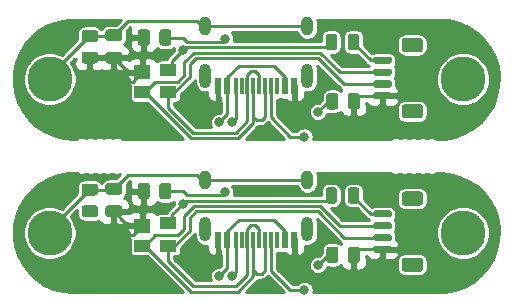
<source format=gbr>
%TF.GenerationSoftware,KiCad,Pcbnew,5.1.10-88a1d61d58~90~ubuntu20.04.1*%
%TF.CreationDate,2022-01-21T20:10:34-08:00*%
%TF.ProjectId,kb-db_protruded_panel,6b622d64-625f-4707-926f-747275646564,rev?*%
%TF.SameCoordinates,Original*%
%TF.FileFunction,Copper,L1,Top*%
%TF.FilePolarity,Positive*%
%FSLAX46Y46*%
G04 Gerber Fmt 4.6, Leading zero omitted, Abs format (unit mm)*
G04 Created by KiCad (PCBNEW 5.1.10-88a1d61d58~90~ubuntu20.04.1) date 2022-01-21 20:10:34*
%MOMM*%
%LPD*%
G01*
G04 APERTURE LIST*
%TA.AperFunction,SMDPad,CuDef*%
%ADD10R,1.400000X1.200000*%
%TD*%
%TA.AperFunction,SMDPad,CuDef*%
%ADD11R,1.400000X1.000000*%
%TD*%
%TA.AperFunction,ComponentPad*%
%ADD12C,3.800000*%
%TD*%
%TA.AperFunction,ComponentPad*%
%ADD13O,1.000000X1.600000*%
%TD*%
%TA.AperFunction,ComponentPad*%
%ADD14O,1.000000X2.100000*%
%TD*%
%TA.AperFunction,SMDPad,CuDef*%
%ADD15R,0.300000X1.450000*%
%TD*%
%TA.AperFunction,SMDPad,CuDef*%
%ADD16R,0.600000X1.450000*%
%TD*%
%TA.AperFunction,ViaPad*%
%ADD17C,0.800000*%
%TD*%
%TA.AperFunction,Conductor*%
%ADD18C,0.250000*%
%TD*%
%TA.AperFunction,Conductor*%
%ADD19C,0.254000*%
%TD*%
%TA.AperFunction,Conductor*%
%ADD20C,0.100000*%
%TD*%
G04 APERTURE END LIST*
D10*
%TO.P,D1,1*%
%TO.N,GND*%
X69342000Y-75865000D03*
D11*
%TO.P,D1,2*%
%TO.N,N/C*%
X69342000Y-77585000D03*
%TO.P,D1,3*%
X71542000Y-77585000D03*
%TO.P,D1,4*%
X71542000Y-75685000D03*
%TD*%
%TO.P,R2,1*%
%TO.N,GND*%
%TA.AperFunction,SMDPad,CuDef*%
G36*
G01*
X68949500Y-73394002D02*
X68949500Y-72493998D01*
G75*
G02*
X69199498Y-72244000I249998J0D01*
G01*
X69724502Y-72244000D01*
G75*
G02*
X69974500Y-72493998I0J-249998D01*
G01*
X69974500Y-73394002D01*
G75*
G02*
X69724502Y-73644000I-249998J0D01*
G01*
X69199498Y-73644000D01*
G75*
G02*
X68949500Y-73394002I0J249998D01*
G01*
G37*
%TD.AperFunction*%
%TO.P,R2,2*%
%TO.N,N/C*%
%TA.AperFunction,SMDPad,CuDef*%
G36*
G01*
X70774500Y-73394002D02*
X70774500Y-72493998D01*
G75*
G02*
X71024498Y-72244000I249998J0D01*
G01*
X71549502Y-72244000D01*
G75*
G02*
X71799500Y-72493998I0J-249998D01*
G01*
X71799500Y-73394002D01*
G75*
G02*
X71549502Y-73644000I-249998J0D01*
G01*
X71024498Y-73644000D01*
G75*
G02*
X70774500Y-73394002I0J249998D01*
G01*
G37*
%TD.AperFunction*%
%TD*%
%TO.P,R1,1*%
%TO.N,GND*%
%TA.AperFunction,SMDPad,CuDef*%
G36*
G01*
X87761500Y-77887998D02*
X87761500Y-78788002D01*
G75*
G02*
X87511502Y-79038000I-249998J0D01*
G01*
X86986498Y-79038000D01*
G75*
G02*
X86736500Y-78788002I0J249998D01*
G01*
X86736500Y-77887998D01*
G75*
G02*
X86986498Y-77638000I249998J0D01*
G01*
X87511502Y-77638000D01*
G75*
G02*
X87761500Y-77887998I0J-249998D01*
G01*
G37*
%TD.AperFunction*%
%TO.P,R1,2*%
%TO.N,N/C*%
%TA.AperFunction,SMDPad,CuDef*%
G36*
G01*
X85936500Y-77887998D02*
X85936500Y-78788002D01*
G75*
G02*
X85686502Y-79038000I-249998J0D01*
G01*
X85161498Y-79038000D01*
G75*
G02*
X84911500Y-78788002I0J249998D01*
G01*
X84911500Y-77887998D01*
G75*
G02*
X85161498Y-77638000I249998J0D01*
G01*
X85686502Y-77638000D01*
G75*
G02*
X85936500Y-77887998I0J-249998D01*
G01*
G37*
%TD.AperFunction*%
%TD*%
%TO.P,F1,1*%
%TO.N,N/C*%
%TA.AperFunction,SMDPad,CuDef*%
G36*
G01*
X87706500Y-72868750D02*
X87706500Y-73781250D01*
G75*
G02*
X87462750Y-74025000I-243750J0D01*
G01*
X86975250Y-74025000D01*
G75*
G02*
X86731500Y-73781250I0J243750D01*
G01*
X86731500Y-72868750D01*
G75*
G02*
X86975250Y-72625000I243750J0D01*
G01*
X87462750Y-72625000D01*
G75*
G02*
X87706500Y-72868750I0J-243750D01*
G01*
G37*
%TD.AperFunction*%
%TO.P,F1,2*%
%TA.AperFunction,SMDPad,CuDef*%
G36*
G01*
X85831500Y-72868750D02*
X85831500Y-73781250D01*
G75*
G02*
X85587750Y-74025000I-243750J0D01*
G01*
X85100250Y-74025000D01*
G75*
G02*
X84856500Y-73781250I0J243750D01*
G01*
X84856500Y-72868750D01*
G75*
G02*
X85100250Y-72625000I243750J0D01*
G01*
X85587750Y-72625000D01*
G75*
G02*
X85831500Y-72868750I0J-243750D01*
G01*
G37*
%TD.AperFunction*%
%TD*%
%TO.P,C1,1*%
%TO.N,N/C*%
%TA.AperFunction,SMDPad,CuDef*%
G36*
G01*
X66454000Y-72256000D02*
X67404000Y-72256000D01*
G75*
G02*
X67654000Y-72506000I0J-250000D01*
G01*
X67654000Y-73006000D01*
G75*
G02*
X67404000Y-73256000I-250000J0D01*
G01*
X66454000Y-73256000D01*
G75*
G02*
X66204000Y-73006000I0J250000D01*
G01*
X66204000Y-72506000D01*
G75*
G02*
X66454000Y-72256000I250000J0D01*
G01*
G37*
%TD.AperFunction*%
%TO.P,C1,2*%
%TO.N,GND*%
%TA.AperFunction,SMDPad,CuDef*%
G36*
G01*
X66454000Y-74156000D02*
X67404000Y-74156000D01*
G75*
G02*
X67654000Y-74406000I0J-250000D01*
G01*
X67654000Y-74906000D01*
G75*
G02*
X67404000Y-75156000I-250000J0D01*
G01*
X66454000Y-75156000D01*
G75*
G02*
X66204000Y-74906000I0J250000D01*
G01*
X66204000Y-74406000D01*
G75*
G02*
X66454000Y-74156000I250000J0D01*
G01*
G37*
%TD.AperFunction*%
%TD*%
%TO.P,J1,1*%
%TO.N,N/C*%
%TA.AperFunction,SMDPad,CuDef*%
G36*
G01*
X89052000Y-74579000D02*
X90302000Y-74579000D01*
G75*
G02*
X90452000Y-74729000I0J-150000D01*
G01*
X90452000Y-75029000D01*
G75*
G02*
X90302000Y-75179000I-150000J0D01*
G01*
X89052000Y-75179000D01*
G75*
G02*
X88902000Y-75029000I0J150000D01*
G01*
X88902000Y-74729000D01*
G75*
G02*
X89052000Y-74579000I150000J0D01*
G01*
G37*
%TD.AperFunction*%
%TO.P,J1,2*%
%TA.AperFunction,SMDPad,CuDef*%
G36*
G01*
X89052000Y-75579000D02*
X90302000Y-75579000D01*
G75*
G02*
X90452000Y-75729000I0J-150000D01*
G01*
X90452000Y-76029000D01*
G75*
G02*
X90302000Y-76179000I-150000J0D01*
G01*
X89052000Y-76179000D01*
G75*
G02*
X88902000Y-76029000I0J150000D01*
G01*
X88902000Y-75729000D01*
G75*
G02*
X89052000Y-75579000I150000J0D01*
G01*
G37*
%TD.AperFunction*%
%TO.P,J1,3*%
%TA.AperFunction,SMDPad,CuDef*%
G36*
G01*
X89052000Y-76579000D02*
X90302000Y-76579000D01*
G75*
G02*
X90452000Y-76729000I0J-150000D01*
G01*
X90452000Y-77029000D01*
G75*
G02*
X90302000Y-77179000I-150000J0D01*
G01*
X89052000Y-77179000D01*
G75*
G02*
X88902000Y-77029000I0J150000D01*
G01*
X88902000Y-76729000D01*
G75*
G02*
X89052000Y-76579000I150000J0D01*
G01*
G37*
%TD.AperFunction*%
%TO.P,J1,4*%
%TO.N,GND*%
%TA.AperFunction,SMDPad,CuDef*%
G36*
G01*
X89052000Y-77579000D02*
X90302000Y-77579000D01*
G75*
G02*
X90452000Y-77729000I0J-150000D01*
G01*
X90452000Y-78029000D01*
G75*
G02*
X90302000Y-78179000I-150000J0D01*
G01*
X89052000Y-78179000D01*
G75*
G02*
X88902000Y-78029000I0J150000D01*
G01*
X88902000Y-77729000D01*
G75*
G02*
X89052000Y-77579000I150000J0D01*
G01*
G37*
%TD.AperFunction*%
%TO.P,J1,MP*%
%TO.N,N/C*%
%TA.AperFunction,SMDPad,CuDef*%
G36*
G01*
X91551999Y-72979000D02*
X92852001Y-72979000D01*
G75*
G02*
X93102000Y-73228999I0J-249999D01*
G01*
X93102000Y-73929001D01*
G75*
G02*
X92852001Y-74179000I-249999J0D01*
G01*
X91551999Y-74179000D01*
G75*
G02*
X91302000Y-73929001I0J249999D01*
G01*
X91302000Y-73228999D01*
G75*
G02*
X91551999Y-72979000I249999J0D01*
G01*
G37*
%TD.AperFunction*%
%TA.AperFunction,SMDPad,CuDef*%
G36*
G01*
X91551999Y-78579000D02*
X92852001Y-78579000D01*
G75*
G02*
X93102000Y-78828999I0J-249999D01*
G01*
X93102000Y-79529001D01*
G75*
G02*
X92852001Y-79779000I-249999J0D01*
G01*
X91551999Y-79779000D01*
G75*
G02*
X91302000Y-79529001I0J249999D01*
G01*
X91302000Y-78828999D01*
G75*
G02*
X91551999Y-78579000I249999J0D01*
G01*
G37*
%TD.AperFunction*%
%TD*%
D12*
%TO.P,H2,1*%
%TO.N,N/C*%
X61487000Y-76472000D03*
%TD*%
D13*
%TO.P,USB1,13*%
%TO.N,N/C*%
X74672000Y-71991500D03*
X83312000Y-71991500D03*
D14*
X74672000Y-76171500D03*
X83312000Y-76171500D03*
D15*
%TO.P,USB1,6*%
X79242000Y-77086500D03*
%TO.P,USB1,7*%
X78742000Y-77086500D03*
%TO.P,USB1,8*%
X78242000Y-77086500D03*
%TO.P,USB1,5*%
X79742000Y-77086500D03*
%TO.P,USB1,9*%
X77742000Y-77086500D03*
%TO.P,USB1,4*%
X80242000Y-77086500D03*
%TO.P,USB1,10*%
X77242000Y-77086500D03*
%TO.P,USB1,3*%
X80742000Y-77086500D03*
D16*
%TO.P,USB1,2*%
X81442000Y-77086500D03*
%TO.P,USB1,11*%
X76542000Y-77086500D03*
%TO.P,USB1,1*%
%TO.N,GND*%
X82217000Y-77086500D03*
%TO.P,USB1,12*%
X75767000Y-77086500D03*
%TD*%
D12*
%TO.P,H1,1*%
%TO.N,N/C*%
X96487000Y-76472000D03*
%TD*%
%TO.P,R5,1*%
%TO.N,N/C*%
%TA.AperFunction,SMDPad,CuDef*%
G36*
G01*
X64446998Y-72304500D02*
X65347002Y-72304500D01*
G75*
G02*
X65597000Y-72554498I0J-249998D01*
G01*
X65597000Y-73079502D01*
G75*
G02*
X65347002Y-73329500I-249998J0D01*
G01*
X64446998Y-73329500D01*
G75*
G02*
X64197000Y-73079502I0J249998D01*
G01*
X64197000Y-72554498D01*
G75*
G02*
X64446998Y-72304500I249998J0D01*
G01*
G37*
%TD.AperFunction*%
%TO.P,R5,2*%
%TA.AperFunction,SMDPad,CuDef*%
G36*
G01*
X64446998Y-74129500D02*
X65347002Y-74129500D01*
G75*
G02*
X65597000Y-74379498I0J-249998D01*
G01*
X65597000Y-74904502D01*
G75*
G02*
X65347002Y-75154500I-249998J0D01*
G01*
X64446998Y-75154500D01*
G75*
G02*
X64197000Y-74904502I0J249998D01*
G01*
X64197000Y-74379498D01*
G75*
G02*
X64446998Y-74129500I249998J0D01*
G01*
G37*
%TD.AperFunction*%
%TD*%
%TO.P,R2,2*%
%TO.N,Net-(R2-Pad2)*%
%TA.AperFunction,SMDPad,CuDef*%
G36*
G01*
X70774500Y-60394002D02*
X70774500Y-59493998D01*
G75*
G02*
X71024498Y-59244000I249998J0D01*
G01*
X71549502Y-59244000D01*
G75*
G02*
X71799500Y-59493998I0J-249998D01*
G01*
X71799500Y-60394002D01*
G75*
G02*
X71549502Y-60644000I-249998J0D01*
G01*
X71024498Y-60644000D01*
G75*
G02*
X70774500Y-60394002I0J249998D01*
G01*
G37*
%TD.AperFunction*%
%TO.P,R2,1*%
%TO.N,GND*%
%TA.AperFunction,SMDPad,CuDef*%
G36*
G01*
X68949500Y-60394002D02*
X68949500Y-59493998D01*
G75*
G02*
X69199498Y-59244000I249998J0D01*
G01*
X69724502Y-59244000D01*
G75*
G02*
X69974500Y-59493998I0J-249998D01*
G01*
X69974500Y-60394002D01*
G75*
G02*
X69724502Y-60644000I-249998J0D01*
G01*
X69199498Y-60644000D01*
G75*
G02*
X68949500Y-60394002I0J249998D01*
G01*
G37*
%TD.AperFunction*%
%TD*%
%TO.P,H2,1*%
%TO.N,Earth*%
X61487000Y-63472000D03*
%TD*%
%TO.P,H1,1*%
%TO.N,Net-(H1-Pad1)*%
X96487000Y-63472000D03*
%TD*%
%TO.P,J1,MP*%
%TO.N,N/C*%
%TA.AperFunction,SMDPad,CuDef*%
G36*
G01*
X91551999Y-65579000D02*
X92852001Y-65579000D01*
G75*
G02*
X93102000Y-65828999I0J-249999D01*
G01*
X93102000Y-66529001D01*
G75*
G02*
X92852001Y-66779000I-249999J0D01*
G01*
X91551999Y-66779000D01*
G75*
G02*
X91302000Y-66529001I0J249999D01*
G01*
X91302000Y-65828999D01*
G75*
G02*
X91551999Y-65579000I249999J0D01*
G01*
G37*
%TD.AperFunction*%
%TA.AperFunction,SMDPad,CuDef*%
G36*
G01*
X91551999Y-59979000D02*
X92852001Y-59979000D01*
G75*
G02*
X93102000Y-60228999I0J-249999D01*
G01*
X93102000Y-60929001D01*
G75*
G02*
X92852001Y-61179000I-249999J0D01*
G01*
X91551999Y-61179000D01*
G75*
G02*
X91302000Y-60929001I0J249999D01*
G01*
X91302000Y-60228999D01*
G75*
G02*
X91551999Y-59979000I249999J0D01*
G01*
G37*
%TD.AperFunction*%
%TO.P,J1,4*%
%TO.N,GND*%
%TA.AperFunction,SMDPad,CuDef*%
G36*
G01*
X89052000Y-64579000D02*
X90302000Y-64579000D01*
G75*
G02*
X90452000Y-64729000I0J-150000D01*
G01*
X90452000Y-65029000D01*
G75*
G02*
X90302000Y-65179000I-150000J0D01*
G01*
X89052000Y-65179000D01*
G75*
G02*
X88902000Y-65029000I0J150000D01*
G01*
X88902000Y-64729000D01*
G75*
G02*
X89052000Y-64579000I150000J0D01*
G01*
G37*
%TD.AperFunction*%
%TO.P,J1,3*%
%TO.N,D+*%
%TA.AperFunction,SMDPad,CuDef*%
G36*
G01*
X89052000Y-63579000D02*
X90302000Y-63579000D01*
G75*
G02*
X90452000Y-63729000I0J-150000D01*
G01*
X90452000Y-64029000D01*
G75*
G02*
X90302000Y-64179000I-150000J0D01*
G01*
X89052000Y-64179000D01*
G75*
G02*
X88902000Y-64029000I0J150000D01*
G01*
X88902000Y-63729000D01*
G75*
G02*
X89052000Y-63579000I150000J0D01*
G01*
G37*
%TD.AperFunction*%
%TO.P,J1,2*%
%TO.N,D-*%
%TA.AperFunction,SMDPad,CuDef*%
G36*
G01*
X89052000Y-62579000D02*
X90302000Y-62579000D01*
G75*
G02*
X90452000Y-62729000I0J-150000D01*
G01*
X90452000Y-63029000D01*
G75*
G02*
X90302000Y-63179000I-150000J0D01*
G01*
X89052000Y-63179000D01*
G75*
G02*
X88902000Y-63029000I0J150000D01*
G01*
X88902000Y-62729000D01*
G75*
G02*
X89052000Y-62579000I150000J0D01*
G01*
G37*
%TD.AperFunction*%
%TO.P,J1,1*%
%TO.N,+5V*%
%TA.AperFunction,SMDPad,CuDef*%
G36*
G01*
X89052000Y-61579000D02*
X90302000Y-61579000D01*
G75*
G02*
X90452000Y-61729000I0J-150000D01*
G01*
X90452000Y-62029000D01*
G75*
G02*
X90302000Y-62179000I-150000J0D01*
G01*
X89052000Y-62179000D01*
G75*
G02*
X88902000Y-62029000I0J150000D01*
G01*
X88902000Y-61729000D01*
G75*
G02*
X89052000Y-61579000I150000J0D01*
G01*
G37*
%TD.AperFunction*%
%TD*%
%TO.P,C1,2*%
%TO.N,GND*%
%TA.AperFunction,SMDPad,CuDef*%
G36*
G01*
X66454000Y-61156000D02*
X67404000Y-61156000D01*
G75*
G02*
X67654000Y-61406000I0J-250000D01*
G01*
X67654000Y-61906000D01*
G75*
G02*
X67404000Y-62156000I-250000J0D01*
G01*
X66454000Y-62156000D01*
G75*
G02*
X66204000Y-61906000I0J250000D01*
G01*
X66204000Y-61406000D01*
G75*
G02*
X66454000Y-61156000I250000J0D01*
G01*
G37*
%TD.AperFunction*%
%TO.P,C1,1*%
%TO.N,Earth*%
%TA.AperFunction,SMDPad,CuDef*%
G36*
G01*
X66454000Y-59256000D02*
X67404000Y-59256000D01*
G75*
G02*
X67654000Y-59506000I0J-250000D01*
G01*
X67654000Y-60006000D01*
G75*
G02*
X67404000Y-60256000I-250000J0D01*
G01*
X66454000Y-60256000D01*
G75*
G02*
X66204000Y-60006000I0J250000D01*
G01*
X66204000Y-59506000D01*
G75*
G02*
X66454000Y-59256000I250000J0D01*
G01*
G37*
%TD.AperFunction*%
%TD*%
D16*
%TO.P,USB1,12*%
%TO.N,GND*%
X75767000Y-64086500D03*
%TO.P,USB1,1*%
X82217000Y-64086500D03*
%TO.P,USB1,11*%
%TO.N,VCC*%
X76542000Y-64086500D03*
%TO.P,USB1,2*%
X81442000Y-64086500D03*
D15*
%TO.P,USB1,3*%
%TO.N,Net-(USB1-Pad3)*%
X80742000Y-64086500D03*
%TO.P,USB1,10*%
%TO.N,Net-(R2-Pad2)*%
X77242000Y-64086500D03*
%TO.P,USB1,4*%
%TO.N,Net-(R1-Pad2)*%
X80242000Y-64086500D03*
%TO.P,USB1,9*%
%TO.N,Net-(USB1-Pad9)*%
X77742000Y-64086500D03*
%TO.P,USB1,5*%
%TO.N,D-*%
X79742000Y-64086500D03*
%TO.P,USB1,8*%
%TO.N,D+*%
X78242000Y-64086500D03*
%TO.P,USB1,7*%
%TO.N,D-*%
X78742000Y-64086500D03*
%TO.P,USB1,6*%
%TO.N,D+*%
X79242000Y-64086500D03*
D14*
%TO.P,USB1,13*%
%TO.N,Earth*%
X83312000Y-63171500D03*
X74672000Y-63171500D03*
D13*
X83312000Y-58991500D03*
X74672000Y-58991500D03*
%TD*%
%TO.P,R5,2*%
%TO.N,GND*%
%TA.AperFunction,SMDPad,CuDef*%
G36*
G01*
X64446998Y-61129500D02*
X65347002Y-61129500D01*
G75*
G02*
X65597000Y-61379498I0J-249998D01*
G01*
X65597000Y-61904502D01*
G75*
G02*
X65347002Y-62154500I-249998J0D01*
G01*
X64446998Y-62154500D01*
G75*
G02*
X64197000Y-61904502I0J249998D01*
G01*
X64197000Y-61379498D01*
G75*
G02*
X64446998Y-61129500I249998J0D01*
G01*
G37*
%TD.AperFunction*%
%TO.P,R5,1*%
%TO.N,Earth*%
%TA.AperFunction,SMDPad,CuDef*%
G36*
G01*
X64446998Y-59304500D02*
X65347002Y-59304500D01*
G75*
G02*
X65597000Y-59554498I0J-249998D01*
G01*
X65597000Y-60079502D01*
G75*
G02*
X65347002Y-60329500I-249998J0D01*
G01*
X64446998Y-60329500D01*
G75*
G02*
X64197000Y-60079502I0J249998D01*
G01*
X64197000Y-59554498D01*
G75*
G02*
X64446998Y-59304500I249998J0D01*
G01*
G37*
%TD.AperFunction*%
%TD*%
%TO.P,R1,2*%
%TO.N,Net-(R1-Pad2)*%
%TA.AperFunction,SMDPad,CuDef*%
G36*
G01*
X85936500Y-64887998D02*
X85936500Y-65788002D01*
G75*
G02*
X85686502Y-66038000I-249998J0D01*
G01*
X85161498Y-66038000D01*
G75*
G02*
X84911500Y-65788002I0J249998D01*
G01*
X84911500Y-64887998D01*
G75*
G02*
X85161498Y-64638000I249998J0D01*
G01*
X85686502Y-64638000D01*
G75*
G02*
X85936500Y-64887998I0J-249998D01*
G01*
G37*
%TD.AperFunction*%
%TO.P,R1,1*%
%TO.N,GND*%
%TA.AperFunction,SMDPad,CuDef*%
G36*
G01*
X87761500Y-64887998D02*
X87761500Y-65788002D01*
G75*
G02*
X87511502Y-66038000I-249998J0D01*
G01*
X86986498Y-66038000D01*
G75*
G02*
X86736500Y-65788002I0J249998D01*
G01*
X86736500Y-64887998D01*
G75*
G02*
X86986498Y-64638000I249998J0D01*
G01*
X87511502Y-64638000D01*
G75*
G02*
X87761500Y-64887998I0J-249998D01*
G01*
G37*
%TD.AperFunction*%
%TD*%
%TO.P,F1,2*%
%TO.N,VCC*%
%TA.AperFunction,SMDPad,CuDef*%
G36*
G01*
X85831500Y-59868750D02*
X85831500Y-60781250D01*
G75*
G02*
X85587750Y-61025000I-243750J0D01*
G01*
X85100250Y-61025000D01*
G75*
G02*
X84856500Y-60781250I0J243750D01*
G01*
X84856500Y-59868750D01*
G75*
G02*
X85100250Y-59625000I243750J0D01*
G01*
X85587750Y-59625000D01*
G75*
G02*
X85831500Y-59868750I0J-243750D01*
G01*
G37*
%TD.AperFunction*%
%TO.P,F1,1*%
%TO.N,+5V*%
%TA.AperFunction,SMDPad,CuDef*%
G36*
G01*
X87706500Y-59868750D02*
X87706500Y-60781250D01*
G75*
G02*
X87462750Y-61025000I-243750J0D01*
G01*
X86975250Y-61025000D01*
G75*
G02*
X86731500Y-60781250I0J243750D01*
G01*
X86731500Y-59868750D01*
G75*
G02*
X86975250Y-59625000I243750J0D01*
G01*
X87462750Y-59625000D01*
G75*
G02*
X87706500Y-59868750I0J-243750D01*
G01*
G37*
%TD.AperFunction*%
%TD*%
D11*
%TO.P,D1,4*%
%TO.N,VCC*%
X71542000Y-62685000D03*
%TO.P,D1,3*%
%TO.N,D+*%
X71542000Y-64585000D03*
%TO.P,D1,2*%
%TO.N,D-*%
X69342000Y-64585000D03*
D10*
%TO.P,D1,1*%
%TO.N,GND*%
X69342000Y-62865000D03*
%TD*%
D17*
%TO.N,*%
X75853014Y-80116004D03*
X72764000Y-74020000D03*
X83058000Y-81326000D03*
X84194000Y-79227000D03*
X76955000Y-80116002D03*
X76327000Y-73038990D03*
%TO.N,VCC*%
X75853014Y-67116004D03*
X72764000Y-61020000D03*
%TO.N,GND*%
X68065000Y-76687000D03*
X79936000Y-81072000D03*
X82169000Y-80564000D03*
X73912365Y-80110635D03*
X82169000Y-67564000D03*
X68065000Y-63687000D03*
X79936000Y-68072000D03*
X73912365Y-67110635D03*
%TO.N,Net-(R1-Pad2)*%
X83058000Y-68326000D03*
X84194000Y-66227000D03*
%TO.N,Net-(R2-Pad2)*%
X76955000Y-67116002D03*
X76327000Y-60038990D03*
%TD*%
D18*
%TO.N,*%
X74672000Y-71991500D02*
X83312000Y-71991500D01*
X68101001Y-71583999D02*
X66929000Y-72756000D01*
X74010999Y-71583999D02*
X68101001Y-71583999D01*
X74418500Y-71991500D02*
X74010999Y-71583999D01*
X61487000Y-76153000D02*
X64823000Y-72817000D01*
X66868000Y-72817000D02*
X66929000Y-72756000D01*
X64897000Y-72817000D02*
X66868000Y-72817000D01*
X64823000Y-72817000D02*
X64897000Y-72817000D01*
X74672000Y-71991500D02*
X74418500Y-71991500D01*
X61487000Y-76472000D02*
X61487000Y-76153000D01*
X77517008Y-75351490D02*
X80466992Y-75351490D01*
X76542000Y-76326498D02*
X77517008Y-75351490D01*
X76542000Y-77086500D02*
X76542000Y-76326498D01*
X76542000Y-79427018D02*
X76542000Y-78674000D01*
X76542000Y-78674000D02*
X76542000Y-77086500D01*
X75853014Y-80116004D02*
X76542000Y-79427018D01*
X72764000Y-74020000D02*
X73020010Y-73763990D01*
X84905010Y-73763990D02*
X85344000Y-73325000D01*
X73020010Y-73763990D02*
X84905010Y-73763990D01*
X71892000Y-75335000D02*
X71542000Y-75685000D01*
X71892000Y-74892000D02*
X71892000Y-75335000D01*
X71892000Y-74892000D02*
X72764000Y-74020000D01*
X81442000Y-76326498D02*
X81442000Y-77086500D01*
X80466992Y-75351490D02*
X81442000Y-76326498D01*
X87219000Y-73422000D02*
X88676000Y-74879000D01*
X87219000Y-73325000D02*
X87219000Y-73422000D01*
X88676000Y-74879000D02*
X89677000Y-74879000D01*
X73341011Y-75222399D02*
X73899399Y-74664011D01*
X73341011Y-75802989D02*
X73341011Y-75222399D01*
X71542000Y-77585000D02*
X72067000Y-77585000D01*
X73654410Y-81005000D02*
X71542000Y-78892590D01*
X77266004Y-81005000D02*
X73654410Y-81005000D01*
X71542000Y-77585000D02*
X71551000Y-77576000D01*
X86418000Y-76879000D02*
X89677000Y-76879000D01*
X84203011Y-74664011D02*
X86418000Y-76879000D01*
X73899399Y-74664011D02*
X84203011Y-74664011D01*
X78242000Y-77086500D02*
X78242000Y-76126498D01*
X79242000Y-76126498D02*
X79242000Y-77086500D01*
X78917002Y-75801500D02*
X79242000Y-76126498D01*
X78566998Y-75801500D02*
X78917002Y-75801500D01*
X78242000Y-76126498D02*
X78566998Y-75801500D01*
X78242000Y-80029004D02*
X77266004Y-81005000D01*
X71542000Y-78892590D02*
X71542000Y-77585000D01*
X78242000Y-77086500D02*
X78242000Y-80029004D01*
X72063412Y-77585000D02*
X71542000Y-77585000D01*
X73341009Y-76307403D02*
X72063412Y-77585000D01*
X73341011Y-75802989D02*
X73341009Y-76307403D01*
X84389410Y-74214000D02*
X86054410Y-75879000D01*
X73713000Y-74214000D02*
X84389410Y-74214000D01*
X72891000Y-75036000D02*
X73713000Y-74214000D01*
X72891000Y-76121002D02*
X72891000Y-75036000D01*
X72325002Y-76687000D02*
X72891000Y-76121002D01*
X79742000Y-78674000D02*
X79742000Y-77086500D01*
X78742000Y-78075000D02*
X78742000Y-77086500D01*
X78742000Y-79634002D02*
X79036998Y-79929000D01*
X79742000Y-79634002D02*
X79742000Y-78674000D01*
X79447002Y-79929000D02*
X79742000Y-79634002D01*
X73468011Y-81455011D02*
X69598000Y-77585000D01*
X77452404Y-81455011D02*
X73468011Y-81455011D01*
X78742000Y-80165415D02*
X77452404Y-81455011D01*
X78742000Y-79634002D02*
X78742000Y-80165415D01*
X69342000Y-77837000D02*
X69342000Y-77585000D01*
X70440000Y-76687000D02*
X72325002Y-76687000D01*
X69542000Y-77585000D02*
X70440000Y-76687000D01*
X69342000Y-77585000D02*
X69542000Y-77585000D01*
X69598000Y-77585000D02*
X69342000Y-77585000D01*
X79036998Y-79929000D02*
X79447002Y-79929000D01*
X89526990Y-75728990D02*
X89677000Y-75879000D01*
X78742000Y-79634002D02*
X78742000Y-78075000D01*
X86054410Y-75879000D02*
X89677000Y-75879000D01*
X80242000Y-79710002D02*
X80242000Y-78069000D01*
X81857998Y-81326000D02*
X80242000Y-79710002D01*
X83058000Y-81326000D02*
X81857998Y-81326000D01*
X84254000Y-79167000D02*
X84194000Y-79227000D01*
X85424000Y-77997000D02*
X84194000Y-79227000D01*
X85424000Y-78338000D02*
X85424000Y-78505000D01*
X80242000Y-78069000D02*
X80242000Y-77086500D01*
X76327000Y-73038990D02*
X76052010Y-73313980D01*
X72761002Y-72944000D02*
X71287000Y-72944000D01*
X73130982Y-73313980D02*
X72761002Y-72944000D01*
X76052010Y-73313980D02*
X73130982Y-73313980D01*
X77242000Y-78051000D02*
X77242000Y-77086500D01*
X77242000Y-79829002D02*
X77242000Y-78051000D01*
X76955000Y-80116002D02*
X77242000Y-79829002D01*
X71568990Y-73225990D02*
X71287000Y-72944000D01*
%TO.N,Earth*%
X66868000Y-59817000D02*
X66929000Y-59756000D01*
X64897000Y-59817000D02*
X66868000Y-59817000D01*
X64823000Y-59817000D02*
X64897000Y-59817000D01*
X61487000Y-63153000D02*
X64823000Y-59817000D01*
X61487000Y-63472000D02*
X61487000Y-63153000D01*
X68101001Y-58583999D02*
X66929000Y-59756000D01*
X74010999Y-58583999D02*
X68101001Y-58583999D01*
X74418500Y-58991500D02*
X74010999Y-58583999D01*
X74672000Y-58991500D02*
X74418500Y-58991500D01*
X74672000Y-58991500D02*
X83312000Y-58991500D01*
%TO.N,VCC*%
X81442000Y-63326498D02*
X81442000Y-64086500D01*
X80466992Y-62351490D02*
X81442000Y-63326498D01*
X77517008Y-62351490D02*
X80466992Y-62351490D01*
X76542000Y-63326498D02*
X77517008Y-62351490D01*
X76542000Y-64086500D02*
X76542000Y-63326498D01*
X71892000Y-61892000D02*
X72764000Y-61020000D01*
X76542000Y-66427018D02*
X76542000Y-65674000D01*
X76542000Y-65674000D02*
X76542000Y-64086500D01*
X75853014Y-67116004D02*
X76542000Y-66427018D01*
X72764000Y-61020000D02*
X73020010Y-60763990D01*
X84905010Y-60763990D02*
X85344000Y-60325000D01*
X73020010Y-60763990D02*
X84905010Y-60763990D01*
X71892000Y-62335000D02*
X71542000Y-62685000D01*
X71892000Y-61892000D02*
X71892000Y-62335000D01*
%TO.N,+5V*%
X88676000Y-61879000D02*
X89677000Y-61879000D01*
X87219000Y-60422000D02*
X88676000Y-61879000D01*
X87219000Y-60325000D02*
X87219000Y-60422000D01*
%TO.N,GND*%
X74330365Y-80110635D02*
X73912365Y-80110635D01*
X82217000Y-80516000D02*
X82169000Y-80564000D01*
X68520000Y-76687000D02*
X69342000Y-75865000D01*
X68065000Y-76687000D02*
X68520000Y-76687000D01*
X69342000Y-75865000D02*
X68138000Y-75865000D01*
X75767000Y-78674000D02*
X75767000Y-77086500D01*
X87708000Y-77879000D02*
X87249000Y-78338000D01*
X89677000Y-77879000D02*
X87708000Y-77879000D01*
X68138000Y-75865000D02*
X67630000Y-75357000D01*
X87298000Y-78387000D02*
X87249000Y-78338000D01*
X89677000Y-78390000D02*
X89677000Y-77879000D01*
X88078000Y-79989000D02*
X89677000Y-78390000D01*
X82744000Y-79989000D02*
X88078000Y-79989000D01*
X67630000Y-75357000D02*
X66929000Y-74656000D01*
X69462000Y-75745000D02*
X69342000Y-75865000D01*
X69462000Y-72944000D02*
X69462000Y-75237000D01*
X75767000Y-78674000D02*
X74330365Y-80110635D01*
X82169000Y-80564000D02*
X82744000Y-79989000D01*
X82217000Y-77086500D02*
X82217000Y-80516000D01*
X68520000Y-63687000D02*
X69342000Y-62865000D01*
X68065000Y-63687000D02*
X68520000Y-63687000D01*
X87298000Y-65387000D02*
X87249000Y-65338000D01*
X89677000Y-65390000D02*
X89677000Y-64879000D01*
X88078000Y-66989000D02*
X89677000Y-65390000D01*
X82744000Y-66989000D02*
X88078000Y-66989000D01*
X82169000Y-67564000D02*
X82744000Y-66989000D01*
X67630000Y-62357000D02*
X66929000Y-61656000D01*
X69462000Y-62745000D02*
X69342000Y-62865000D01*
X69462000Y-59944000D02*
X69462000Y-62237000D01*
X75767000Y-65674000D02*
X74330365Y-67110635D01*
X74330365Y-67110635D02*
X73912365Y-67110635D01*
X82217000Y-67516000D02*
X82169000Y-67564000D01*
X82217000Y-64086500D02*
X82217000Y-67516000D01*
X75767000Y-65674000D02*
X75767000Y-64086500D01*
X87708000Y-64879000D02*
X87249000Y-65338000D01*
X89677000Y-64879000D02*
X87708000Y-64879000D01*
X68138000Y-62865000D02*
X67630000Y-62357000D01*
X69342000Y-62865000D02*
X68138000Y-62865000D01*
%TO.N,D+*%
X78242000Y-63126498D02*
X78566998Y-62801500D01*
X78242000Y-64086500D02*
X78242000Y-63126498D01*
X79242000Y-63126498D02*
X79242000Y-64086500D01*
X78917002Y-62801500D02*
X79242000Y-63126498D01*
X78566998Y-62801500D02*
X78917002Y-62801500D01*
X71542000Y-64585000D02*
X71551000Y-64576000D01*
X86418000Y-63879000D02*
X89677000Y-63879000D01*
X84203011Y-61664011D02*
X86418000Y-63879000D01*
X73899399Y-61664011D02*
X84203011Y-61664011D01*
X73341011Y-62222399D02*
X73899399Y-61664011D01*
X73341011Y-62802989D02*
X73341011Y-62222399D01*
X71542000Y-64585000D02*
X72067000Y-64585000D01*
X73654410Y-68005000D02*
X71542000Y-65892590D01*
X77266004Y-68005000D02*
X73654410Y-68005000D01*
X78242000Y-67029004D02*
X77266004Y-68005000D01*
X71542000Y-65892590D02*
X71542000Y-64585000D01*
X78242000Y-64086500D02*
X78242000Y-67029004D01*
X72063412Y-64585000D02*
X71542000Y-64585000D01*
X73341009Y-63307403D02*
X72063412Y-64585000D01*
X73341011Y-62802989D02*
X73341009Y-63307403D01*
%TO.N,D-*%
X78742000Y-66634002D02*
X79036998Y-66929000D01*
X79742000Y-66634002D02*
X79742000Y-65674000D01*
X79447002Y-66929000D02*
X79742000Y-66634002D01*
X79036998Y-66929000D02*
X79447002Y-66929000D01*
X89526990Y-62728990D02*
X89677000Y-62879000D01*
X69342000Y-64837000D02*
X69342000Y-64585000D01*
X79742000Y-65674000D02*
X79742000Y-64086500D01*
X78742000Y-65075000D02*
X78742000Y-64086500D01*
X78742000Y-66634002D02*
X78742000Y-65075000D01*
X86054410Y-62879000D02*
X89677000Y-62879000D01*
X84389410Y-61214000D02*
X86054410Y-62879000D01*
X73713000Y-61214000D02*
X84389410Y-61214000D01*
X72891000Y-62036000D02*
X73713000Y-61214000D01*
X72891000Y-63121002D02*
X72891000Y-62036000D01*
X72325002Y-63687000D02*
X72891000Y-63121002D01*
X70440000Y-63687000D02*
X72325002Y-63687000D01*
X69542000Y-64585000D02*
X70440000Y-63687000D01*
X69342000Y-64585000D02*
X69542000Y-64585000D01*
X69598000Y-64585000D02*
X69342000Y-64585000D01*
X73468011Y-68455011D02*
X69598000Y-64585000D01*
X77452404Y-68455011D02*
X73468011Y-68455011D01*
X78742000Y-67165415D02*
X77452404Y-68455011D01*
X78742000Y-66634002D02*
X78742000Y-67165415D01*
%TO.N,Net-(R1-Pad2)*%
X84254000Y-66167000D02*
X84194000Y-66227000D01*
X85424000Y-64997000D02*
X84194000Y-66227000D01*
X85424000Y-65338000D02*
X85424000Y-65505000D01*
X80242000Y-65069000D02*
X80242000Y-64086500D01*
X80242000Y-66710002D02*
X80242000Y-65069000D01*
X81857998Y-68326000D02*
X80242000Y-66710002D01*
X83058000Y-68326000D02*
X81857998Y-68326000D01*
%TO.N,Net-(R2-Pad2)*%
X77242000Y-65051000D02*
X77242000Y-64086500D01*
X77242000Y-66829002D02*
X77242000Y-65051000D01*
X76955000Y-67116002D02*
X77242000Y-66829002D01*
X71568990Y-60225990D02*
X71287000Y-59944000D01*
X76327000Y-60038990D02*
X76052010Y-60313980D01*
X72761002Y-59944000D02*
X71287000Y-59944000D01*
X73130982Y-60313980D02*
X72761002Y-59944000D01*
X76052010Y-60313980D02*
X73130982Y-60313980D01*
%TD*%
D19*
%TO.N,GND*%
X81332406Y-81516000D02*
X78107006Y-81516000D01*
X79082220Y-80540787D01*
X79101527Y-80524942D01*
X79164759Y-80447894D01*
X79171651Y-80435000D01*
X79422156Y-80435000D01*
X79447002Y-80437447D01*
X79471848Y-80435000D01*
X79471856Y-80435000D01*
X79546195Y-80427678D01*
X79641577Y-80398745D01*
X79729481Y-80351759D01*
X79806529Y-80288527D01*
X79822378Y-80269215D01*
X79954000Y-80137593D01*
X81332406Y-81516000D01*
%TA.AperFunction,Conductor*%
D20*
G36*
X81332406Y-81516000D02*
G01*
X78107006Y-81516000D01*
X79082220Y-80540787D01*
X79101527Y-80524942D01*
X79164759Y-80447894D01*
X79171651Y-80435000D01*
X79422156Y-80435000D01*
X79447002Y-80437447D01*
X79471848Y-80435000D01*
X79471856Y-80435000D01*
X79546195Y-80427678D01*
X79641577Y-80398745D01*
X79729481Y-80351759D01*
X79806529Y-80288527D01*
X79822378Y-80269215D01*
X79954000Y-80137593D01*
X81332406Y-81516000D01*
G37*
%TD.AperFunction*%
D19*
X94442501Y-71425824D02*
X94444349Y-71425824D01*
X94448446Y-71426367D01*
X95336581Y-71501726D01*
X96161880Y-71715931D01*
X96939275Y-72066123D01*
X97646563Y-72542296D01*
X98263505Y-73130830D01*
X98772464Y-73814895D01*
X99158893Y-74574945D01*
X99411735Y-75389227D01*
X99523763Y-76234474D01*
X99491777Y-77086509D01*
X99316687Y-77920978D01*
X99003503Y-78714010D01*
X98561175Y-79442942D01*
X98002360Y-80086921D01*
X97343022Y-80627544D01*
X96602030Y-81049341D01*
X95800559Y-81340261D01*
X94953066Y-81493514D01*
X94476250Y-81516000D01*
X83816508Y-81516000D01*
X83839000Y-81402922D01*
X83839000Y-81249078D01*
X83808987Y-81098191D01*
X83750113Y-80956058D01*
X83664642Y-80828141D01*
X83555859Y-80719358D01*
X83427942Y-80633887D01*
X83285809Y-80575013D01*
X83134922Y-80545000D01*
X82981078Y-80545000D01*
X82830191Y-80575013D01*
X82688058Y-80633887D01*
X82560141Y-80719358D01*
X82459499Y-80820000D01*
X82067590Y-80820000D01*
X80748000Y-79500411D01*
X80748000Y-78194343D01*
X80892000Y-78194343D01*
X80966689Y-78186987D01*
X81017000Y-78171725D01*
X81067311Y-78186987D01*
X81142000Y-78194343D01*
X81409728Y-78194343D01*
X81465815Y-78262685D01*
X81562506Y-78342037D01*
X81672820Y-78401002D01*
X81792518Y-78437312D01*
X81917000Y-78449572D01*
X81931250Y-78446500D01*
X82090000Y-78287750D01*
X82090000Y-77968674D01*
X82095701Y-77958008D01*
X82117487Y-77886189D01*
X82124843Y-77811500D01*
X82124843Y-76939500D01*
X82344000Y-76939500D01*
X82344000Y-76959500D01*
X82364000Y-76959500D01*
X82364000Y-77213500D01*
X82344000Y-77213500D01*
X82344000Y-78287750D01*
X82502750Y-78446500D01*
X82517000Y-78449572D01*
X82641482Y-78437312D01*
X82761180Y-78401002D01*
X82871494Y-78342037D01*
X82968185Y-78262685D01*
X83047537Y-78165994D01*
X83106502Y-78055680D01*
X83142812Y-77935982D01*
X83155072Y-77811500D01*
X83153531Y-77591154D01*
X83312000Y-77606762D01*
X83484705Y-77589752D01*
X83650774Y-77539375D01*
X83803824Y-77457568D01*
X83937975Y-77347475D01*
X84048068Y-77213325D01*
X84129875Y-77060275D01*
X84180252Y-76894206D01*
X84193000Y-76764773D01*
X84193000Y-75578227D01*
X84180252Y-75448794D01*
X84140213Y-75316804D01*
X86042628Y-77219220D01*
X86058473Y-77238527D01*
X86135521Y-77301759D01*
X86182721Y-77326988D01*
X86146998Y-77393820D01*
X86133064Y-77439754D01*
X86038090Y-77361810D01*
X85928680Y-77303329D01*
X85809963Y-77267317D01*
X85686502Y-77255157D01*
X85161498Y-77255157D01*
X85038037Y-77267317D01*
X84919320Y-77303329D01*
X84809910Y-77361810D01*
X84714012Y-77440512D01*
X84635310Y-77536410D01*
X84576829Y-77645820D01*
X84540817Y-77764537D01*
X84528657Y-77887998D01*
X84528657Y-78176751D01*
X84259409Y-78446000D01*
X84117078Y-78446000D01*
X83966191Y-78476013D01*
X83824058Y-78534887D01*
X83696141Y-78620358D01*
X83587358Y-78729141D01*
X83501887Y-78857058D01*
X83443013Y-78999191D01*
X83413000Y-79150078D01*
X83413000Y-79303922D01*
X83443013Y-79454809D01*
X83501887Y-79596942D01*
X83587358Y-79724859D01*
X83696141Y-79833642D01*
X83824058Y-79919113D01*
X83966191Y-79977987D01*
X84117078Y-80008000D01*
X84270922Y-80008000D01*
X84421809Y-79977987D01*
X84563942Y-79919113D01*
X84691859Y-79833642D01*
X84800642Y-79724859D01*
X84886113Y-79596942D01*
X84944987Y-79454809D01*
X84958935Y-79384688D01*
X85038037Y-79408683D01*
X85161498Y-79420843D01*
X85686502Y-79420843D01*
X85809963Y-79408683D01*
X85928680Y-79372671D01*
X86038090Y-79314190D01*
X86133064Y-79236246D01*
X86146998Y-79282180D01*
X86205963Y-79392494D01*
X86285315Y-79489185D01*
X86382006Y-79568537D01*
X86492320Y-79627502D01*
X86612018Y-79663812D01*
X86736500Y-79676072D01*
X86963250Y-79673000D01*
X87122000Y-79514250D01*
X87122000Y-78465000D01*
X87102000Y-78465000D01*
X87102000Y-78211000D01*
X87122000Y-78211000D01*
X87122000Y-78191000D01*
X87376000Y-78191000D01*
X87376000Y-78211000D01*
X87396000Y-78211000D01*
X87396000Y-78465000D01*
X87376000Y-78465000D01*
X87376000Y-79514250D01*
X87534750Y-79673000D01*
X87761500Y-79676072D01*
X87885982Y-79663812D01*
X88005680Y-79627502D01*
X88115994Y-79568537D01*
X88212685Y-79489185D01*
X88292037Y-79392494D01*
X88351002Y-79282180D01*
X88387312Y-79162482D01*
X88399572Y-79038000D01*
X88398023Y-78828999D01*
X90919157Y-78828999D01*
X90919157Y-79529001D01*
X90931317Y-79652462D01*
X90967329Y-79771179D01*
X91025810Y-79880589D01*
X91104512Y-79976488D01*
X91200411Y-80055190D01*
X91309821Y-80113671D01*
X91428538Y-80149683D01*
X91551999Y-80161843D01*
X92852001Y-80161843D01*
X92975462Y-80149683D01*
X93094179Y-80113671D01*
X93203589Y-80055190D01*
X93299488Y-79976488D01*
X93378190Y-79880589D01*
X93436671Y-79771179D01*
X93472683Y-79652462D01*
X93484843Y-79529001D01*
X93484843Y-78828999D01*
X93472683Y-78705538D01*
X93436671Y-78586821D01*
X93378190Y-78477411D01*
X93299488Y-78381512D01*
X93203589Y-78302810D01*
X93094179Y-78244329D01*
X92975462Y-78208317D01*
X92852001Y-78196157D01*
X91551999Y-78196157D01*
X91428538Y-78208317D01*
X91309821Y-78244329D01*
X91200411Y-78302810D01*
X91104512Y-78381512D01*
X91025810Y-78477411D01*
X90967329Y-78586821D01*
X90931317Y-78705538D01*
X90919157Y-78828999D01*
X88398023Y-78828999D01*
X88396500Y-78623750D01*
X88237752Y-78465002D01*
X88334853Y-78465002D01*
X88371463Y-78533494D01*
X88450815Y-78630185D01*
X88547506Y-78709537D01*
X88657820Y-78768502D01*
X88777518Y-78804812D01*
X88902000Y-78817072D01*
X89391250Y-78814000D01*
X89550000Y-78655250D01*
X89550000Y-78006000D01*
X89804000Y-78006000D01*
X89804000Y-78655250D01*
X89962750Y-78814000D01*
X90452000Y-78817072D01*
X90576482Y-78804812D01*
X90696180Y-78768502D01*
X90806494Y-78709537D01*
X90903185Y-78630185D01*
X90982537Y-78533494D01*
X91041502Y-78423180D01*
X91077812Y-78303482D01*
X91090072Y-78179000D01*
X91087000Y-78164750D01*
X90928250Y-78006000D01*
X89804000Y-78006000D01*
X89550000Y-78006000D01*
X89530000Y-78006000D01*
X89530000Y-77752000D01*
X89550000Y-77752000D01*
X89550000Y-77732000D01*
X89804000Y-77732000D01*
X89804000Y-77752000D01*
X90928250Y-77752000D01*
X91087000Y-77593250D01*
X91090072Y-77579000D01*
X91077812Y-77454518D01*
X91041502Y-77334820D01*
X90982537Y-77224506D01*
X90903185Y-77127815D01*
X90830950Y-77068533D01*
X90834843Y-77029000D01*
X90834843Y-76729000D01*
X90824605Y-76625047D01*
X90794283Y-76525090D01*
X90745043Y-76432968D01*
X90700752Y-76379000D01*
X90745043Y-76325032D01*
X90786569Y-76247341D01*
X94206000Y-76247341D01*
X94206000Y-76696659D01*
X94293657Y-77137343D01*
X94465604Y-77552459D01*
X94715231Y-77926053D01*
X95032947Y-78243769D01*
X95406541Y-78493396D01*
X95821657Y-78665343D01*
X96262341Y-78753000D01*
X96711659Y-78753000D01*
X97152343Y-78665343D01*
X97567459Y-78493396D01*
X97941053Y-78243769D01*
X98258769Y-77926053D01*
X98508396Y-77552459D01*
X98680343Y-77137343D01*
X98768000Y-76696659D01*
X98768000Y-76247341D01*
X98680343Y-75806657D01*
X98508396Y-75391541D01*
X98258769Y-75017947D01*
X97941053Y-74700231D01*
X97567459Y-74450604D01*
X97152343Y-74278657D01*
X96711659Y-74191000D01*
X96262341Y-74191000D01*
X95821657Y-74278657D01*
X95406541Y-74450604D01*
X95032947Y-74700231D01*
X94715231Y-75017947D01*
X94465604Y-75391541D01*
X94293657Y-75806657D01*
X94206000Y-76247341D01*
X90786569Y-76247341D01*
X90794283Y-76232910D01*
X90824605Y-76132953D01*
X90834843Y-76029000D01*
X90834843Y-75729000D01*
X90824605Y-75625047D01*
X90794283Y-75525090D01*
X90745043Y-75432968D01*
X90700752Y-75379000D01*
X90745043Y-75325032D01*
X90794283Y-75232910D01*
X90824605Y-75132953D01*
X90834843Y-75029000D01*
X90834843Y-74729000D01*
X90824605Y-74625047D01*
X90794283Y-74525090D01*
X90745043Y-74432968D01*
X90678777Y-74352223D01*
X90598032Y-74285957D01*
X90505910Y-74236717D01*
X90405953Y-74206395D01*
X90302000Y-74196157D01*
X89052000Y-74196157D01*
X88948047Y-74206395D01*
X88848090Y-74236717D01*
X88783717Y-74271125D01*
X88089343Y-73576752D01*
X88089343Y-73228999D01*
X90919157Y-73228999D01*
X90919157Y-73929001D01*
X90931317Y-74052462D01*
X90967329Y-74171179D01*
X91025810Y-74280589D01*
X91104512Y-74376488D01*
X91200411Y-74455190D01*
X91309821Y-74513671D01*
X91428538Y-74549683D01*
X91551999Y-74561843D01*
X92852001Y-74561843D01*
X92975462Y-74549683D01*
X93094179Y-74513671D01*
X93203589Y-74455190D01*
X93299488Y-74376488D01*
X93378190Y-74280589D01*
X93436671Y-74171179D01*
X93472683Y-74052462D01*
X93484843Y-73929001D01*
X93484843Y-73228999D01*
X93472683Y-73105538D01*
X93436671Y-72986821D01*
X93378190Y-72877411D01*
X93299488Y-72781512D01*
X93203589Y-72702810D01*
X93094179Y-72644329D01*
X92975462Y-72608317D01*
X92852001Y-72596157D01*
X91551999Y-72596157D01*
X91428538Y-72608317D01*
X91309821Y-72644329D01*
X91200411Y-72702810D01*
X91104512Y-72781512D01*
X91025810Y-72877411D01*
X90967329Y-72986821D01*
X90931317Y-73105538D01*
X90919157Y-73228999D01*
X88089343Y-73228999D01*
X88089343Y-72868750D01*
X88077303Y-72746508D01*
X88041646Y-72628963D01*
X87983743Y-72520634D01*
X87905818Y-72425682D01*
X87810866Y-72347757D01*
X87702537Y-72289854D01*
X87584992Y-72254197D01*
X87462750Y-72242157D01*
X86975250Y-72242157D01*
X86853008Y-72254197D01*
X86735463Y-72289854D01*
X86627134Y-72347757D01*
X86532182Y-72425682D01*
X86454257Y-72520634D01*
X86396354Y-72628963D01*
X86360697Y-72746508D01*
X86348657Y-72868750D01*
X86348657Y-73781250D01*
X86360697Y-73903492D01*
X86396354Y-74021037D01*
X86454257Y-74129366D01*
X86532182Y-74224318D01*
X86627134Y-74302243D01*
X86735463Y-74360146D01*
X86853008Y-74395803D01*
X86975250Y-74407843D01*
X87462750Y-74407843D01*
X87486875Y-74405467D01*
X88300628Y-75219220D01*
X88316473Y-75238527D01*
X88393521Y-75301759D01*
X88476074Y-75345885D01*
X88481425Y-75348745D01*
X88561384Y-75373000D01*
X86264002Y-75373000D01*
X85298844Y-74407843D01*
X85587750Y-74407843D01*
X85709992Y-74395803D01*
X85827537Y-74360146D01*
X85935866Y-74302243D01*
X86030818Y-74224318D01*
X86108743Y-74129366D01*
X86166646Y-74021037D01*
X86202303Y-73903492D01*
X86214343Y-73781250D01*
X86214343Y-72868750D01*
X86202303Y-72746508D01*
X86166646Y-72628963D01*
X86108743Y-72520634D01*
X86030818Y-72425682D01*
X85935866Y-72347757D01*
X85827537Y-72289854D01*
X85709992Y-72254197D01*
X85587750Y-72242157D01*
X85100250Y-72242157D01*
X84978008Y-72254197D01*
X84860463Y-72289854D01*
X84752134Y-72347757D01*
X84657182Y-72425682D01*
X84579257Y-72520634D01*
X84521354Y-72628963D01*
X84485697Y-72746508D01*
X84473657Y-72868750D01*
X84473657Y-73257990D01*
X77079739Y-73257990D01*
X77108000Y-73115912D01*
X77108000Y-72962068D01*
X77077987Y-72811181D01*
X77019113Y-72669048D01*
X76933642Y-72541131D01*
X76890011Y-72497500D01*
X82453848Y-72497500D01*
X82494125Y-72630274D01*
X82575932Y-72783324D01*
X82686025Y-72917475D01*
X82820175Y-73027568D01*
X82973225Y-73109375D01*
X83139294Y-73159752D01*
X83312000Y-73176762D01*
X83484705Y-73159752D01*
X83650774Y-73109375D01*
X83803824Y-73027568D01*
X83937975Y-72917475D01*
X84048068Y-72783325D01*
X84129875Y-72630275D01*
X84180252Y-72464206D01*
X84193000Y-72334773D01*
X84193000Y-71648227D01*
X84180252Y-71518794D01*
X84152710Y-71428000D01*
X90259399Y-71428000D01*
X90282479Y-71425727D01*
X90295460Y-71425727D01*
X90301792Y-71425061D01*
X90365541Y-71417910D01*
X90409761Y-71462130D01*
X90513109Y-71531185D01*
X90627944Y-71578751D01*
X90749852Y-71603000D01*
X90874148Y-71603000D01*
X90996056Y-71578751D01*
X91110891Y-71531185D01*
X91187000Y-71480331D01*
X91263109Y-71531185D01*
X91377944Y-71578751D01*
X91499852Y-71603000D01*
X91624148Y-71603000D01*
X91746056Y-71578751D01*
X91860891Y-71531185D01*
X91937000Y-71480331D01*
X92013109Y-71531185D01*
X92127944Y-71578751D01*
X92249852Y-71603000D01*
X92374148Y-71603000D01*
X92496056Y-71578751D01*
X92610891Y-71531185D01*
X92687000Y-71480331D01*
X92763109Y-71531185D01*
X92877944Y-71578751D01*
X92999852Y-71603000D01*
X93124148Y-71603000D01*
X93246056Y-71578751D01*
X93360891Y-71531185D01*
X93437000Y-71480331D01*
X93513109Y-71531185D01*
X93627944Y-71578751D01*
X93749852Y-71603000D01*
X93874148Y-71603000D01*
X93996056Y-71578751D01*
X94110891Y-71531185D01*
X94214239Y-71462130D01*
X94267686Y-71408683D01*
X94442501Y-71425824D01*
%TA.AperFunction,Conductor*%
D20*
G36*
X94442501Y-71425824D02*
G01*
X94444349Y-71425824D01*
X94448446Y-71426367D01*
X95336581Y-71501726D01*
X96161880Y-71715931D01*
X96939275Y-72066123D01*
X97646563Y-72542296D01*
X98263505Y-73130830D01*
X98772464Y-73814895D01*
X99158893Y-74574945D01*
X99411735Y-75389227D01*
X99523763Y-76234474D01*
X99491777Y-77086509D01*
X99316687Y-77920978D01*
X99003503Y-78714010D01*
X98561175Y-79442942D01*
X98002360Y-80086921D01*
X97343022Y-80627544D01*
X96602030Y-81049341D01*
X95800559Y-81340261D01*
X94953066Y-81493514D01*
X94476250Y-81516000D01*
X83816508Y-81516000D01*
X83839000Y-81402922D01*
X83839000Y-81249078D01*
X83808987Y-81098191D01*
X83750113Y-80956058D01*
X83664642Y-80828141D01*
X83555859Y-80719358D01*
X83427942Y-80633887D01*
X83285809Y-80575013D01*
X83134922Y-80545000D01*
X82981078Y-80545000D01*
X82830191Y-80575013D01*
X82688058Y-80633887D01*
X82560141Y-80719358D01*
X82459499Y-80820000D01*
X82067590Y-80820000D01*
X80748000Y-79500411D01*
X80748000Y-78194343D01*
X80892000Y-78194343D01*
X80966689Y-78186987D01*
X81017000Y-78171725D01*
X81067311Y-78186987D01*
X81142000Y-78194343D01*
X81409728Y-78194343D01*
X81465815Y-78262685D01*
X81562506Y-78342037D01*
X81672820Y-78401002D01*
X81792518Y-78437312D01*
X81917000Y-78449572D01*
X81931250Y-78446500D01*
X82090000Y-78287750D01*
X82090000Y-77968674D01*
X82095701Y-77958008D01*
X82117487Y-77886189D01*
X82124843Y-77811500D01*
X82124843Y-76939500D01*
X82344000Y-76939500D01*
X82344000Y-76959500D01*
X82364000Y-76959500D01*
X82364000Y-77213500D01*
X82344000Y-77213500D01*
X82344000Y-78287750D01*
X82502750Y-78446500D01*
X82517000Y-78449572D01*
X82641482Y-78437312D01*
X82761180Y-78401002D01*
X82871494Y-78342037D01*
X82968185Y-78262685D01*
X83047537Y-78165994D01*
X83106502Y-78055680D01*
X83142812Y-77935982D01*
X83155072Y-77811500D01*
X83153531Y-77591154D01*
X83312000Y-77606762D01*
X83484705Y-77589752D01*
X83650774Y-77539375D01*
X83803824Y-77457568D01*
X83937975Y-77347475D01*
X84048068Y-77213325D01*
X84129875Y-77060275D01*
X84180252Y-76894206D01*
X84193000Y-76764773D01*
X84193000Y-75578227D01*
X84180252Y-75448794D01*
X84140213Y-75316804D01*
X86042628Y-77219220D01*
X86058473Y-77238527D01*
X86135521Y-77301759D01*
X86182721Y-77326988D01*
X86146998Y-77393820D01*
X86133064Y-77439754D01*
X86038090Y-77361810D01*
X85928680Y-77303329D01*
X85809963Y-77267317D01*
X85686502Y-77255157D01*
X85161498Y-77255157D01*
X85038037Y-77267317D01*
X84919320Y-77303329D01*
X84809910Y-77361810D01*
X84714012Y-77440512D01*
X84635310Y-77536410D01*
X84576829Y-77645820D01*
X84540817Y-77764537D01*
X84528657Y-77887998D01*
X84528657Y-78176751D01*
X84259409Y-78446000D01*
X84117078Y-78446000D01*
X83966191Y-78476013D01*
X83824058Y-78534887D01*
X83696141Y-78620358D01*
X83587358Y-78729141D01*
X83501887Y-78857058D01*
X83443013Y-78999191D01*
X83413000Y-79150078D01*
X83413000Y-79303922D01*
X83443013Y-79454809D01*
X83501887Y-79596942D01*
X83587358Y-79724859D01*
X83696141Y-79833642D01*
X83824058Y-79919113D01*
X83966191Y-79977987D01*
X84117078Y-80008000D01*
X84270922Y-80008000D01*
X84421809Y-79977987D01*
X84563942Y-79919113D01*
X84691859Y-79833642D01*
X84800642Y-79724859D01*
X84886113Y-79596942D01*
X84944987Y-79454809D01*
X84958935Y-79384688D01*
X85038037Y-79408683D01*
X85161498Y-79420843D01*
X85686502Y-79420843D01*
X85809963Y-79408683D01*
X85928680Y-79372671D01*
X86038090Y-79314190D01*
X86133064Y-79236246D01*
X86146998Y-79282180D01*
X86205963Y-79392494D01*
X86285315Y-79489185D01*
X86382006Y-79568537D01*
X86492320Y-79627502D01*
X86612018Y-79663812D01*
X86736500Y-79676072D01*
X86963250Y-79673000D01*
X87122000Y-79514250D01*
X87122000Y-78465000D01*
X87102000Y-78465000D01*
X87102000Y-78211000D01*
X87122000Y-78211000D01*
X87122000Y-78191000D01*
X87376000Y-78191000D01*
X87376000Y-78211000D01*
X87396000Y-78211000D01*
X87396000Y-78465000D01*
X87376000Y-78465000D01*
X87376000Y-79514250D01*
X87534750Y-79673000D01*
X87761500Y-79676072D01*
X87885982Y-79663812D01*
X88005680Y-79627502D01*
X88115994Y-79568537D01*
X88212685Y-79489185D01*
X88292037Y-79392494D01*
X88351002Y-79282180D01*
X88387312Y-79162482D01*
X88399572Y-79038000D01*
X88398023Y-78828999D01*
X90919157Y-78828999D01*
X90919157Y-79529001D01*
X90931317Y-79652462D01*
X90967329Y-79771179D01*
X91025810Y-79880589D01*
X91104512Y-79976488D01*
X91200411Y-80055190D01*
X91309821Y-80113671D01*
X91428538Y-80149683D01*
X91551999Y-80161843D01*
X92852001Y-80161843D01*
X92975462Y-80149683D01*
X93094179Y-80113671D01*
X93203589Y-80055190D01*
X93299488Y-79976488D01*
X93378190Y-79880589D01*
X93436671Y-79771179D01*
X93472683Y-79652462D01*
X93484843Y-79529001D01*
X93484843Y-78828999D01*
X93472683Y-78705538D01*
X93436671Y-78586821D01*
X93378190Y-78477411D01*
X93299488Y-78381512D01*
X93203589Y-78302810D01*
X93094179Y-78244329D01*
X92975462Y-78208317D01*
X92852001Y-78196157D01*
X91551999Y-78196157D01*
X91428538Y-78208317D01*
X91309821Y-78244329D01*
X91200411Y-78302810D01*
X91104512Y-78381512D01*
X91025810Y-78477411D01*
X90967329Y-78586821D01*
X90931317Y-78705538D01*
X90919157Y-78828999D01*
X88398023Y-78828999D01*
X88396500Y-78623750D01*
X88237752Y-78465002D01*
X88334853Y-78465002D01*
X88371463Y-78533494D01*
X88450815Y-78630185D01*
X88547506Y-78709537D01*
X88657820Y-78768502D01*
X88777518Y-78804812D01*
X88902000Y-78817072D01*
X89391250Y-78814000D01*
X89550000Y-78655250D01*
X89550000Y-78006000D01*
X89804000Y-78006000D01*
X89804000Y-78655250D01*
X89962750Y-78814000D01*
X90452000Y-78817072D01*
X90576482Y-78804812D01*
X90696180Y-78768502D01*
X90806494Y-78709537D01*
X90903185Y-78630185D01*
X90982537Y-78533494D01*
X91041502Y-78423180D01*
X91077812Y-78303482D01*
X91090072Y-78179000D01*
X91087000Y-78164750D01*
X90928250Y-78006000D01*
X89804000Y-78006000D01*
X89550000Y-78006000D01*
X89530000Y-78006000D01*
X89530000Y-77752000D01*
X89550000Y-77752000D01*
X89550000Y-77732000D01*
X89804000Y-77732000D01*
X89804000Y-77752000D01*
X90928250Y-77752000D01*
X91087000Y-77593250D01*
X91090072Y-77579000D01*
X91077812Y-77454518D01*
X91041502Y-77334820D01*
X90982537Y-77224506D01*
X90903185Y-77127815D01*
X90830950Y-77068533D01*
X90834843Y-77029000D01*
X90834843Y-76729000D01*
X90824605Y-76625047D01*
X90794283Y-76525090D01*
X90745043Y-76432968D01*
X90700752Y-76379000D01*
X90745043Y-76325032D01*
X90786569Y-76247341D01*
X94206000Y-76247341D01*
X94206000Y-76696659D01*
X94293657Y-77137343D01*
X94465604Y-77552459D01*
X94715231Y-77926053D01*
X95032947Y-78243769D01*
X95406541Y-78493396D01*
X95821657Y-78665343D01*
X96262341Y-78753000D01*
X96711659Y-78753000D01*
X97152343Y-78665343D01*
X97567459Y-78493396D01*
X97941053Y-78243769D01*
X98258769Y-77926053D01*
X98508396Y-77552459D01*
X98680343Y-77137343D01*
X98768000Y-76696659D01*
X98768000Y-76247341D01*
X98680343Y-75806657D01*
X98508396Y-75391541D01*
X98258769Y-75017947D01*
X97941053Y-74700231D01*
X97567459Y-74450604D01*
X97152343Y-74278657D01*
X96711659Y-74191000D01*
X96262341Y-74191000D01*
X95821657Y-74278657D01*
X95406541Y-74450604D01*
X95032947Y-74700231D01*
X94715231Y-75017947D01*
X94465604Y-75391541D01*
X94293657Y-75806657D01*
X94206000Y-76247341D01*
X90786569Y-76247341D01*
X90794283Y-76232910D01*
X90824605Y-76132953D01*
X90834843Y-76029000D01*
X90834843Y-75729000D01*
X90824605Y-75625047D01*
X90794283Y-75525090D01*
X90745043Y-75432968D01*
X90700752Y-75379000D01*
X90745043Y-75325032D01*
X90794283Y-75232910D01*
X90824605Y-75132953D01*
X90834843Y-75029000D01*
X90834843Y-74729000D01*
X90824605Y-74625047D01*
X90794283Y-74525090D01*
X90745043Y-74432968D01*
X90678777Y-74352223D01*
X90598032Y-74285957D01*
X90505910Y-74236717D01*
X90405953Y-74206395D01*
X90302000Y-74196157D01*
X89052000Y-74196157D01*
X88948047Y-74206395D01*
X88848090Y-74236717D01*
X88783717Y-74271125D01*
X88089343Y-73576752D01*
X88089343Y-73228999D01*
X90919157Y-73228999D01*
X90919157Y-73929001D01*
X90931317Y-74052462D01*
X90967329Y-74171179D01*
X91025810Y-74280589D01*
X91104512Y-74376488D01*
X91200411Y-74455190D01*
X91309821Y-74513671D01*
X91428538Y-74549683D01*
X91551999Y-74561843D01*
X92852001Y-74561843D01*
X92975462Y-74549683D01*
X93094179Y-74513671D01*
X93203589Y-74455190D01*
X93299488Y-74376488D01*
X93378190Y-74280589D01*
X93436671Y-74171179D01*
X93472683Y-74052462D01*
X93484843Y-73929001D01*
X93484843Y-73228999D01*
X93472683Y-73105538D01*
X93436671Y-72986821D01*
X93378190Y-72877411D01*
X93299488Y-72781512D01*
X93203589Y-72702810D01*
X93094179Y-72644329D01*
X92975462Y-72608317D01*
X92852001Y-72596157D01*
X91551999Y-72596157D01*
X91428538Y-72608317D01*
X91309821Y-72644329D01*
X91200411Y-72702810D01*
X91104512Y-72781512D01*
X91025810Y-72877411D01*
X90967329Y-72986821D01*
X90931317Y-73105538D01*
X90919157Y-73228999D01*
X88089343Y-73228999D01*
X88089343Y-72868750D01*
X88077303Y-72746508D01*
X88041646Y-72628963D01*
X87983743Y-72520634D01*
X87905818Y-72425682D01*
X87810866Y-72347757D01*
X87702537Y-72289854D01*
X87584992Y-72254197D01*
X87462750Y-72242157D01*
X86975250Y-72242157D01*
X86853008Y-72254197D01*
X86735463Y-72289854D01*
X86627134Y-72347757D01*
X86532182Y-72425682D01*
X86454257Y-72520634D01*
X86396354Y-72628963D01*
X86360697Y-72746508D01*
X86348657Y-72868750D01*
X86348657Y-73781250D01*
X86360697Y-73903492D01*
X86396354Y-74021037D01*
X86454257Y-74129366D01*
X86532182Y-74224318D01*
X86627134Y-74302243D01*
X86735463Y-74360146D01*
X86853008Y-74395803D01*
X86975250Y-74407843D01*
X87462750Y-74407843D01*
X87486875Y-74405467D01*
X88300628Y-75219220D01*
X88316473Y-75238527D01*
X88393521Y-75301759D01*
X88476074Y-75345885D01*
X88481425Y-75348745D01*
X88561384Y-75373000D01*
X86264002Y-75373000D01*
X85298844Y-74407843D01*
X85587750Y-74407843D01*
X85709992Y-74395803D01*
X85827537Y-74360146D01*
X85935866Y-74302243D01*
X86030818Y-74224318D01*
X86108743Y-74129366D01*
X86166646Y-74021037D01*
X86202303Y-73903492D01*
X86214343Y-73781250D01*
X86214343Y-72868750D01*
X86202303Y-72746508D01*
X86166646Y-72628963D01*
X86108743Y-72520634D01*
X86030818Y-72425682D01*
X85935866Y-72347757D01*
X85827537Y-72289854D01*
X85709992Y-72254197D01*
X85587750Y-72242157D01*
X85100250Y-72242157D01*
X84978008Y-72254197D01*
X84860463Y-72289854D01*
X84752134Y-72347757D01*
X84657182Y-72425682D01*
X84579257Y-72520634D01*
X84521354Y-72628963D01*
X84485697Y-72746508D01*
X84473657Y-72868750D01*
X84473657Y-73257990D01*
X77079739Y-73257990D01*
X77108000Y-73115912D01*
X77108000Y-72962068D01*
X77077987Y-72811181D01*
X77019113Y-72669048D01*
X76933642Y-72541131D01*
X76890011Y-72497500D01*
X82453848Y-72497500D01*
X82494125Y-72630274D01*
X82575932Y-72783324D01*
X82686025Y-72917475D01*
X82820175Y-73027568D01*
X82973225Y-73109375D01*
X83139294Y-73159752D01*
X83312000Y-73176762D01*
X83484705Y-73159752D01*
X83650774Y-73109375D01*
X83803824Y-73027568D01*
X83937975Y-72917475D01*
X84048068Y-72783325D01*
X84129875Y-72630275D01*
X84180252Y-72464206D01*
X84193000Y-72334773D01*
X84193000Y-71648227D01*
X84180252Y-71518794D01*
X84152710Y-71428000D01*
X90259399Y-71428000D01*
X90282479Y-71425727D01*
X90295460Y-71425727D01*
X90301792Y-71425061D01*
X90365541Y-71417910D01*
X90409761Y-71462130D01*
X90513109Y-71531185D01*
X90627944Y-71578751D01*
X90749852Y-71603000D01*
X90874148Y-71603000D01*
X90996056Y-71578751D01*
X91110891Y-71531185D01*
X91187000Y-71480331D01*
X91263109Y-71531185D01*
X91377944Y-71578751D01*
X91499852Y-71603000D01*
X91624148Y-71603000D01*
X91746056Y-71578751D01*
X91860891Y-71531185D01*
X91937000Y-71480331D01*
X92013109Y-71531185D01*
X92127944Y-71578751D01*
X92249852Y-71603000D01*
X92374148Y-71603000D01*
X92496056Y-71578751D01*
X92610891Y-71531185D01*
X92687000Y-71480331D01*
X92763109Y-71531185D01*
X92877944Y-71578751D01*
X92999852Y-71603000D01*
X93124148Y-71603000D01*
X93246056Y-71578751D01*
X93360891Y-71531185D01*
X93437000Y-71480331D01*
X93513109Y-71531185D01*
X93627944Y-71578751D01*
X93749852Y-71603000D01*
X93874148Y-71603000D01*
X93996056Y-71578751D01*
X94110891Y-71531185D01*
X94214239Y-71462130D01*
X94267686Y-71408683D01*
X94442501Y-71425824D01*
G37*
%TD.AperFunction*%
D19*
X63774761Y-71448130D02*
X63878109Y-71517185D01*
X63992944Y-71564751D01*
X64114852Y-71589000D01*
X64239148Y-71589000D01*
X64361056Y-71564751D01*
X64475891Y-71517185D01*
X64552000Y-71466331D01*
X64628109Y-71517185D01*
X64742944Y-71564751D01*
X64864852Y-71589000D01*
X64989148Y-71589000D01*
X65111056Y-71564751D01*
X65225891Y-71517185D01*
X65302000Y-71466331D01*
X65378109Y-71517185D01*
X65492944Y-71564751D01*
X65614852Y-71589000D01*
X65739148Y-71589000D01*
X65861056Y-71564751D01*
X65975891Y-71517185D01*
X66052000Y-71466331D01*
X66128109Y-71517185D01*
X66242944Y-71564751D01*
X66364852Y-71589000D01*
X66489148Y-71589000D01*
X66611056Y-71564751D01*
X66725891Y-71517185D01*
X66802000Y-71466331D01*
X66878109Y-71517185D01*
X66992944Y-71564751D01*
X67114852Y-71589000D01*
X67239148Y-71589000D01*
X67361056Y-71564751D01*
X67435488Y-71533920D01*
X67096252Y-71873157D01*
X66454000Y-71873157D01*
X66330538Y-71885317D01*
X66211821Y-71921329D01*
X66102411Y-71979810D01*
X66006512Y-72058512D01*
X65927810Y-72154411D01*
X65887538Y-72229754D01*
X65873190Y-72202910D01*
X65794488Y-72107012D01*
X65698590Y-72028310D01*
X65589180Y-71969829D01*
X65470463Y-71933817D01*
X65347002Y-71921657D01*
X64446998Y-71921657D01*
X64323537Y-71933817D01*
X64204820Y-71969829D01*
X64095410Y-72028310D01*
X63999512Y-72107012D01*
X63920810Y-72202910D01*
X63862329Y-72312320D01*
X63826317Y-72431037D01*
X63814157Y-72554498D01*
X63814157Y-73079502D01*
X63816914Y-73107494D01*
X62501235Y-74423173D01*
X62152343Y-74278657D01*
X61711659Y-74191000D01*
X61262341Y-74191000D01*
X60821657Y-74278657D01*
X60406541Y-74450604D01*
X60032947Y-74700231D01*
X59715231Y-75017947D01*
X59465604Y-75391541D01*
X59293657Y-75806657D01*
X59206000Y-76247341D01*
X59206000Y-76696659D01*
X59293657Y-77137343D01*
X59465604Y-77552459D01*
X59715231Y-77926053D01*
X60032947Y-78243769D01*
X60406541Y-78493396D01*
X60821657Y-78665343D01*
X61262341Y-78753000D01*
X61711659Y-78753000D01*
X62152343Y-78665343D01*
X62567459Y-78493396D01*
X62941053Y-78243769D01*
X63258769Y-77926053D01*
X63508396Y-77552459D01*
X63680343Y-77137343D01*
X63768000Y-76696659D01*
X63768000Y-76247341D01*
X63680343Y-75806657D01*
X63508396Y-75391541D01*
X63290362Y-75065229D01*
X63814157Y-74541435D01*
X63814157Y-74904502D01*
X63826317Y-75027963D01*
X63862329Y-75146680D01*
X63920810Y-75256090D01*
X63999512Y-75351988D01*
X64095410Y-75430690D01*
X64204820Y-75489171D01*
X64323537Y-75525183D01*
X64446998Y-75537343D01*
X65347002Y-75537343D01*
X65470463Y-75525183D01*
X65589180Y-75489171D01*
X65645869Y-75458870D01*
X65673463Y-75510494D01*
X65752815Y-75607185D01*
X65849506Y-75686537D01*
X65959820Y-75745502D01*
X66079518Y-75781812D01*
X66204000Y-75794072D01*
X66643250Y-75791000D01*
X66802000Y-75632250D01*
X66802000Y-74783000D01*
X67056000Y-74783000D01*
X67056000Y-75632250D01*
X67214750Y-75791000D01*
X67654000Y-75794072D01*
X67778482Y-75781812D01*
X67898180Y-75745502D01*
X68008494Y-75686537D01*
X68066600Y-75638850D01*
X68165750Y-75738000D01*
X69215000Y-75738000D01*
X69215000Y-74788750D01*
X69056250Y-74630000D01*
X68642000Y-74626928D01*
X68517518Y-74639188D01*
X68397820Y-74675498D01*
X68287506Y-74734463D01*
X68190815Y-74813815D01*
X68177405Y-74830155D01*
X68130250Y-74783000D01*
X67056000Y-74783000D01*
X66802000Y-74783000D01*
X66782000Y-74783000D01*
X66782000Y-74529000D01*
X66802000Y-74529000D01*
X66802000Y-74509000D01*
X67056000Y-74509000D01*
X67056000Y-74529000D01*
X68130250Y-74529000D01*
X68289000Y-74370250D01*
X68292072Y-74156000D01*
X68279812Y-74031518D01*
X68243502Y-73911820D01*
X68184537Y-73801506D01*
X68105185Y-73704815D01*
X68031082Y-73644000D01*
X68311428Y-73644000D01*
X68323688Y-73768482D01*
X68359998Y-73888180D01*
X68418963Y-73998494D01*
X68498315Y-74095185D01*
X68595006Y-74174537D01*
X68705320Y-74233502D01*
X68825018Y-74269812D01*
X68949500Y-74282072D01*
X69176250Y-74279000D01*
X69335000Y-74120250D01*
X69335000Y-73071000D01*
X68473250Y-73071000D01*
X68314500Y-73229750D01*
X68311428Y-73644000D01*
X68031082Y-73644000D01*
X68008494Y-73625463D01*
X67898180Y-73566498D01*
X67778482Y-73530188D01*
X67760220Y-73528389D01*
X67851488Y-73453488D01*
X67930190Y-73357589D01*
X67988671Y-73248179D01*
X68024683Y-73129462D01*
X68036843Y-73006000D01*
X68036843Y-72506000D01*
X68024683Y-72382538D01*
X68023140Y-72377452D01*
X68310593Y-72089999D01*
X68332642Y-72089999D01*
X68323688Y-72119518D01*
X68311428Y-72244000D01*
X68314500Y-72658250D01*
X68473250Y-72817000D01*
X69335000Y-72817000D01*
X69335000Y-72797000D01*
X69589000Y-72797000D01*
X69589000Y-72817000D01*
X69609000Y-72817000D01*
X69609000Y-73071000D01*
X69589000Y-73071000D01*
X69589000Y-74120250D01*
X69747750Y-74279000D01*
X69974500Y-74282072D01*
X70098982Y-74269812D01*
X70218680Y-74233502D01*
X70328994Y-74174537D01*
X70425685Y-74095185D01*
X70505037Y-73998494D01*
X70564002Y-73888180D01*
X70577936Y-73842246D01*
X70672910Y-73920190D01*
X70782320Y-73978671D01*
X70901037Y-74014683D01*
X71024498Y-74026843D01*
X71549502Y-74026843D01*
X71672963Y-74014683D01*
X71791680Y-73978671D01*
X71901090Y-73920190D01*
X71996988Y-73841488D01*
X72005197Y-73831485D01*
X71983000Y-73943078D01*
X71983000Y-74085408D01*
X71551785Y-74516624D01*
X71532473Y-74532473D01*
X71469241Y-74609521D01*
X71422255Y-74697426D01*
X71393322Y-74792808D01*
X71392401Y-74802157D01*
X70842000Y-74802157D01*
X70767311Y-74809513D01*
X70695492Y-74831299D01*
X70629304Y-74866678D01*
X70573562Y-74912424D01*
X70572537Y-74910506D01*
X70493185Y-74813815D01*
X70396494Y-74734463D01*
X70286180Y-74675498D01*
X70166482Y-74639188D01*
X70042000Y-74626928D01*
X69627750Y-74630000D01*
X69469000Y-74788750D01*
X69469000Y-75738000D01*
X69489000Y-75738000D01*
X69489000Y-75992000D01*
X69469000Y-75992000D01*
X69469000Y-76012000D01*
X69215000Y-76012000D01*
X69215000Y-75992000D01*
X68165750Y-75992000D01*
X68007000Y-76150750D01*
X68003928Y-76465000D01*
X68016188Y-76589482D01*
X68052498Y-76709180D01*
X68111463Y-76819494D01*
X68190815Y-76916185D01*
X68274286Y-76984687D01*
X68266513Y-77010311D01*
X68259157Y-77085000D01*
X68259157Y-78085000D01*
X68266513Y-78159689D01*
X68288299Y-78231508D01*
X68323678Y-78297696D01*
X68371289Y-78355711D01*
X68429304Y-78403322D01*
X68495492Y-78438701D01*
X68567311Y-78460487D01*
X68642000Y-78467843D01*
X69765252Y-78467843D01*
X72813408Y-81516000D01*
X63506309Y-81516000D01*
X62637420Y-81442274D01*
X61812125Y-81228070D01*
X61034725Y-80877877D01*
X60327434Y-80401701D01*
X59710493Y-79813167D01*
X59201534Y-79129103D01*
X58815107Y-78369055D01*
X58562265Y-77554774D01*
X58450237Y-76709526D01*
X58482223Y-75857491D01*
X58657313Y-75023022D01*
X58970496Y-74229993D01*
X59412827Y-73501054D01*
X59971640Y-72857080D01*
X60630978Y-72316456D01*
X61371972Y-71894658D01*
X62173445Y-71603737D01*
X63020934Y-71450486D01*
X63499334Y-71427925D01*
X63504130Y-71427892D01*
X63507461Y-71427542D01*
X63508480Y-71427494D01*
X63510629Y-71427209D01*
X63524739Y-71425727D01*
X63545460Y-71425727D01*
X63551792Y-71425061D01*
X63731531Y-71404900D01*
X63774761Y-71448130D01*
%TA.AperFunction,Conductor*%
D20*
G36*
X63774761Y-71448130D02*
G01*
X63878109Y-71517185D01*
X63992944Y-71564751D01*
X64114852Y-71589000D01*
X64239148Y-71589000D01*
X64361056Y-71564751D01*
X64475891Y-71517185D01*
X64552000Y-71466331D01*
X64628109Y-71517185D01*
X64742944Y-71564751D01*
X64864852Y-71589000D01*
X64989148Y-71589000D01*
X65111056Y-71564751D01*
X65225891Y-71517185D01*
X65302000Y-71466331D01*
X65378109Y-71517185D01*
X65492944Y-71564751D01*
X65614852Y-71589000D01*
X65739148Y-71589000D01*
X65861056Y-71564751D01*
X65975891Y-71517185D01*
X66052000Y-71466331D01*
X66128109Y-71517185D01*
X66242944Y-71564751D01*
X66364852Y-71589000D01*
X66489148Y-71589000D01*
X66611056Y-71564751D01*
X66725891Y-71517185D01*
X66802000Y-71466331D01*
X66878109Y-71517185D01*
X66992944Y-71564751D01*
X67114852Y-71589000D01*
X67239148Y-71589000D01*
X67361056Y-71564751D01*
X67435488Y-71533920D01*
X67096252Y-71873157D01*
X66454000Y-71873157D01*
X66330538Y-71885317D01*
X66211821Y-71921329D01*
X66102411Y-71979810D01*
X66006512Y-72058512D01*
X65927810Y-72154411D01*
X65887538Y-72229754D01*
X65873190Y-72202910D01*
X65794488Y-72107012D01*
X65698590Y-72028310D01*
X65589180Y-71969829D01*
X65470463Y-71933817D01*
X65347002Y-71921657D01*
X64446998Y-71921657D01*
X64323537Y-71933817D01*
X64204820Y-71969829D01*
X64095410Y-72028310D01*
X63999512Y-72107012D01*
X63920810Y-72202910D01*
X63862329Y-72312320D01*
X63826317Y-72431037D01*
X63814157Y-72554498D01*
X63814157Y-73079502D01*
X63816914Y-73107494D01*
X62501235Y-74423173D01*
X62152343Y-74278657D01*
X61711659Y-74191000D01*
X61262341Y-74191000D01*
X60821657Y-74278657D01*
X60406541Y-74450604D01*
X60032947Y-74700231D01*
X59715231Y-75017947D01*
X59465604Y-75391541D01*
X59293657Y-75806657D01*
X59206000Y-76247341D01*
X59206000Y-76696659D01*
X59293657Y-77137343D01*
X59465604Y-77552459D01*
X59715231Y-77926053D01*
X60032947Y-78243769D01*
X60406541Y-78493396D01*
X60821657Y-78665343D01*
X61262341Y-78753000D01*
X61711659Y-78753000D01*
X62152343Y-78665343D01*
X62567459Y-78493396D01*
X62941053Y-78243769D01*
X63258769Y-77926053D01*
X63508396Y-77552459D01*
X63680343Y-77137343D01*
X63768000Y-76696659D01*
X63768000Y-76247341D01*
X63680343Y-75806657D01*
X63508396Y-75391541D01*
X63290362Y-75065229D01*
X63814157Y-74541435D01*
X63814157Y-74904502D01*
X63826317Y-75027963D01*
X63862329Y-75146680D01*
X63920810Y-75256090D01*
X63999512Y-75351988D01*
X64095410Y-75430690D01*
X64204820Y-75489171D01*
X64323537Y-75525183D01*
X64446998Y-75537343D01*
X65347002Y-75537343D01*
X65470463Y-75525183D01*
X65589180Y-75489171D01*
X65645869Y-75458870D01*
X65673463Y-75510494D01*
X65752815Y-75607185D01*
X65849506Y-75686537D01*
X65959820Y-75745502D01*
X66079518Y-75781812D01*
X66204000Y-75794072D01*
X66643250Y-75791000D01*
X66802000Y-75632250D01*
X66802000Y-74783000D01*
X67056000Y-74783000D01*
X67056000Y-75632250D01*
X67214750Y-75791000D01*
X67654000Y-75794072D01*
X67778482Y-75781812D01*
X67898180Y-75745502D01*
X68008494Y-75686537D01*
X68066600Y-75638850D01*
X68165750Y-75738000D01*
X69215000Y-75738000D01*
X69215000Y-74788750D01*
X69056250Y-74630000D01*
X68642000Y-74626928D01*
X68517518Y-74639188D01*
X68397820Y-74675498D01*
X68287506Y-74734463D01*
X68190815Y-74813815D01*
X68177405Y-74830155D01*
X68130250Y-74783000D01*
X67056000Y-74783000D01*
X66802000Y-74783000D01*
X66782000Y-74783000D01*
X66782000Y-74529000D01*
X66802000Y-74529000D01*
X66802000Y-74509000D01*
X67056000Y-74509000D01*
X67056000Y-74529000D01*
X68130250Y-74529000D01*
X68289000Y-74370250D01*
X68292072Y-74156000D01*
X68279812Y-74031518D01*
X68243502Y-73911820D01*
X68184537Y-73801506D01*
X68105185Y-73704815D01*
X68031082Y-73644000D01*
X68311428Y-73644000D01*
X68323688Y-73768482D01*
X68359998Y-73888180D01*
X68418963Y-73998494D01*
X68498315Y-74095185D01*
X68595006Y-74174537D01*
X68705320Y-74233502D01*
X68825018Y-74269812D01*
X68949500Y-74282072D01*
X69176250Y-74279000D01*
X69335000Y-74120250D01*
X69335000Y-73071000D01*
X68473250Y-73071000D01*
X68314500Y-73229750D01*
X68311428Y-73644000D01*
X68031082Y-73644000D01*
X68008494Y-73625463D01*
X67898180Y-73566498D01*
X67778482Y-73530188D01*
X67760220Y-73528389D01*
X67851488Y-73453488D01*
X67930190Y-73357589D01*
X67988671Y-73248179D01*
X68024683Y-73129462D01*
X68036843Y-73006000D01*
X68036843Y-72506000D01*
X68024683Y-72382538D01*
X68023140Y-72377452D01*
X68310593Y-72089999D01*
X68332642Y-72089999D01*
X68323688Y-72119518D01*
X68311428Y-72244000D01*
X68314500Y-72658250D01*
X68473250Y-72817000D01*
X69335000Y-72817000D01*
X69335000Y-72797000D01*
X69589000Y-72797000D01*
X69589000Y-72817000D01*
X69609000Y-72817000D01*
X69609000Y-73071000D01*
X69589000Y-73071000D01*
X69589000Y-74120250D01*
X69747750Y-74279000D01*
X69974500Y-74282072D01*
X70098982Y-74269812D01*
X70218680Y-74233502D01*
X70328994Y-74174537D01*
X70425685Y-74095185D01*
X70505037Y-73998494D01*
X70564002Y-73888180D01*
X70577936Y-73842246D01*
X70672910Y-73920190D01*
X70782320Y-73978671D01*
X70901037Y-74014683D01*
X71024498Y-74026843D01*
X71549502Y-74026843D01*
X71672963Y-74014683D01*
X71791680Y-73978671D01*
X71901090Y-73920190D01*
X71996988Y-73841488D01*
X72005197Y-73831485D01*
X71983000Y-73943078D01*
X71983000Y-74085408D01*
X71551785Y-74516624D01*
X71532473Y-74532473D01*
X71469241Y-74609521D01*
X71422255Y-74697426D01*
X71393322Y-74792808D01*
X71392401Y-74802157D01*
X70842000Y-74802157D01*
X70767311Y-74809513D01*
X70695492Y-74831299D01*
X70629304Y-74866678D01*
X70573562Y-74912424D01*
X70572537Y-74910506D01*
X70493185Y-74813815D01*
X70396494Y-74734463D01*
X70286180Y-74675498D01*
X70166482Y-74639188D01*
X70042000Y-74626928D01*
X69627750Y-74630000D01*
X69469000Y-74788750D01*
X69469000Y-75738000D01*
X69489000Y-75738000D01*
X69489000Y-75992000D01*
X69469000Y-75992000D01*
X69469000Y-76012000D01*
X69215000Y-76012000D01*
X69215000Y-75992000D01*
X68165750Y-75992000D01*
X68007000Y-76150750D01*
X68003928Y-76465000D01*
X68016188Y-76589482D01*
X68052498Y-76709180D01*
X68111463Y-76819494D01*
X68190815Y-76916185D01*
X68274286Y-76984687D01*
X68266513Y-77010311D01*
X68259157Y-77085000D01*
X68259157Y-78085000D01*
X68266513Y-78159689D01*
X68288299Y-78231508D01*
X68323678Y-78297696D01*
X68371289Y-78355711D01*
X68429304Y-78403322D01*
X68495492Y-78438701D01*
X68567311Y-78460487D01*
X68642000Y-78467843D01*
X69765252Y-78467843D01*
X72813408Y-81516000D01*
X63506309Y-81516000D01*
X62637420Y-81442274D01*
X61812125Y-81228070D01*
X61034725Y-80877877D01*
X60327434Y-80401701D01*
X59710493Y-79813167D01*
X59201534Y-79129103D01*
X58815107Y-78369055D01*
X58562265Y-77554774D01*
X58450237Y-76709526D01*
X58482223Y-75857491D01*
X58657313Y-75023022D01*
X58970496Y-74229993D01*
X59412827Y-73501054D01*
X59971640Y-72857080D01*
X60630978Y-72316456D01*
X61371972Y-71894658D01*
X62173445Y-71603737D01*
X63020934Y-71450486D01*
X63499334Y-71427925D01*
X63504130Y-71427892D01*
X63507461Y-71427542D01*
X63508480Y-71427494D01*
X63510629Y-71427209D01*
X63524739Y-71425727D01*
X63545460Y-71425727D01*
X63551792Y-71425061D01*
X63731531Y-71404900D01*
X63774761Y-71448130D01*
G37*
%TD.AperFunction*%
D19*
X73791000Y-76764772D02*
X73803748Y-76894205D01*
X73854125Y-77060274D01*
X73935932Y-77213324D01*
X74046025Y-77347475D01*
X74180175Y-77457568D01*
X74333225Y-77539375D01*
X74499294Y-77589752D01*
X74672000Y-77606762D01*
X74830469Y-77591154D01*
X74828928Y-77811500D01*
X74841188Y-77935982D01*
X74877498Y-78055680D01*
X74936463Y-78165994D01*
X75015815Y-78262685D01*
X75112506Y-78342037D01*
X75222820Y-78401002D01*
X75342518Y-78437312D01*
X75467000Y-78449572D01*
X75481250Y-78446500D01*
X75640000Y-78287750D01*
X75640000Y-77213500D01*
X75620000Y-77213500D01*
X75620000Y-76959500D01*
X75640000Y-76959500D01*
X75640000Y-76939500D01*
X75859157Y-76939500D01*
X75859157Y-77811500D01*
X75866513Y-77886189D01*
X75888299Y-77958008D01*
X75894000Y-77968674D01*
X75894000Y-78287750D01*
X76036000Y-78429750D01*
X76036000Y-78698853D01*
X76036001Y-78698863D01*
X76036000Y-79217426D01*
X75918422Y-79335004D01*
X75776092Y-79335004D01*
X75625205Y-79365017D01*
X75483072Y-79423891D01*
X75355155Y-79509362D01*
X75246372Y-79618145D01*
X75160901Y-79746062D01*
X75102027Y-79888195D01*
X75072014Y-80039082D01*
X75072014Y-80192926D01*
X75102027Y-80343813D01*
X75160901Y-80485946D01*
X75169623Y-80499000D01*
X73864002Y-80499000D01*
X72048000Y-78682999D01*
X72048000Y-78467843D01*
X72242000Y-78467843D01*
X72316689Y-78460487D01*
X72388508Y-78438701D01*
X72454696Y-78403322D01*
X72512711Y-78355711D01*
X72560322Y-78297696D01*
X72595701Y-78231508D01*
X72617487Y-78159689D01*
X72624843Y-78085000D01*
X72624843Y-77739160D01*
X73681233Y-76682771D01*
X73700534Y-76666931D01*
X73716374Y-76647630D01*
X73716379Y-76647625D01*
X73763767Y-76589882D01*
X73791000Y-76538934D01*
X73791000Y-76764772D01*
%TA.AperFunction,Conductor*%
D20*
G36*
X73791000Y-76764772D02*
G01*
X73803748Y-76894205D01*
X73854125Y-77060274D01*
X73935932Y-77213324D01*
X74046025Y-77347475D01*
X74180175Y-77457568D01*
X74333225Y-77539375D01*
X74499294Y-77589752D01*
X74672000Y-77606762D01*
X74830469Y-77591154D01*
X74828928Y-77811500D01*
X74841188Y-77935982D01*
X74877498Y-78055680D01*
X74936463Y-78165994D01*
X75015815Y-78262685D01*
X75112506Y-78342037D01*
X75222820Y-78401002D01*
X75342518Y-78437312D01*
X75467000Y-78449572D01*
X75481250Y-78446500D01*
X75640000Y-78287750D01*
X75640000Y-77213500D01*
X75620000Y-77213500D01*
X75620000Y-76959500D01*
X75640000Y-76959500D01*
X75640000Y-76939500D01*
X75859157Y-76939500D01*
X75859157Y-77811500D01*
X75866513Y-77886189D01*
X75888299Y-77958008D01*
X75894000Y-77968674D01*
X75894000Y-78287750D01*
X76036000Y-78429750D01*
X76036000Y-78698853D01*
X76036001Y-78698863D01*
X76036000Y-79217426D01*
X75918422Y-79335004D01*
X75776092Y-79335004D01*
X75625205Y-79365017D01*
X75483072Y-79423891D01*
X75355155Y-79509362D01*
X75246372Y-79618145D01*
X75160901Y-79746062D01*
X75102027Y-79888195D01*
X75072014Y-80039082D01*
X75072014Y-80192926D01*
X75102027Y-80343813D01*
X75160901Y-80485946D01*
X75169623Y-80499000D01*
X73864002Y-80499000D01*
X72048000Y-78682999D01*
X72048000Y-78467843D01*
X72242000Y-78467843D01*
X72316689Y-78460487D01*
X72388508Y-78438701D01*
X72454696Y-78403322D01*
X72512711Y-78355711D01*
X72560322Y-78297696D01*
X72595701Y-78231508D01*
X72617487Y-78159689D01*
X72624843Y-78085000D01*
X72624843Y-77739160D01*
X73681233Y-76682771D01*
X73700534Y-76666931D01*
X73716374Y-76647630D01*
X73716379Y-76647625D01*
X73763767Y-76589882D01*
X73791000Y-76538934D01*
X73791000Y-76764772D01*
G37*
%TD.AperFunction*%
D19*
X67096252Y-58873157D02*
X66454000Y-58873157D01*
X66330538Y-58885317D01*
X66211821Y-58921329D01*
X66102411Y-58979810D01*
X66006512Y-59058512D01*
X65927810Y-59154411D01*
X65887538Y-59229754D01*
X65873190Y-59202910D01*
X65794488Y-59107012D01*
X65698590Y-59028310D01*
X65589180Y-58969829D01*
X65470463Y-58933817D01*
X65347002Y-58921657D01*
X64446998Y-58921657D01*
X64323537Y-58933817D01*
X64204820Y-58969829D01*
X64095410Y-59028310D01*
X63999512Y-59107012D01*
X63920810Y-59202910D01*
X63862329Y-59312320D01*
X63826317Y-59431037D01*
X63814157Y-59554498D01*
X63814157Y-60079502D01*
X63816914Y-60107494D01*
X62501235Y-61423173D01*
X62152343Y-61278657D01*
X61711659Y-61191000D01*
X61262341Y-61191000D01*
X60821657Y-61278657D01*
X60406541Y-61450604D01*
X60032947Y-61700231D01*
X59715231Y-62017947D01*
X59465604Y-62391541D01*
X59293657Y-62806657D01*
X59206000Y-63247341D01*
X59206000Y-63696659D01*
X59293657Y-64137343D01*
X59465604Y-64552459D01*
X59715231Y-64926053D01*
X60032947Y-65243769D01*
X60406541Y-65493396D01*
X60821657Y-65665343D01*
X61262341Y-65753000D01*
X61711659Y-65753000D01*
X62152343Y-65665343D01*
X62567459Y-65493396D01*
X62941053Y-65243769D01*
X63258769Y-64926053D01*
X63508396Y-64552459D01*
X63680343Y-64137343D01*
X63768000Y-63696659D01*
X63768000Y-63247341D01*
X63680343Y-62806657D01*
X63508396Y-62391541D01*
X63290362Y-62065229D01*
X63586590Y-61769002D01*
X63720748Y-61769002D01*
X63562000Y-61927750D01*
X63558928Y-62154500D01*
X63571188Y-62278982D01*
X63607498Y-62398680D01*
X63666463Y-62508994D01*
X63745815Y-62605685D01*
X63842506Y-62685037D01*
X63952820Y-62744002D01*
X64072518Y-62780312D01*
X64197000Y-62792572D01*
X64611250Y-62789500D01*
X64770000Y-62630750D01*
X64770000Y-61769000D01*
X65024000Y-61769000D01*
X65024000Y-62630750D01*
X65182750Y-62789500D01*
X65597000Y-62792572D01*
X65721482Y-62780312D01*
X65841180Y-62744002D01*
X65899097Y-62713044D01*
X65959820Y-62745502D01*
X66079518Y-62781812D01*
X66204000Y-62794072D01*
X66643250Y-62791000D01*
X66802000Y-62632250D01*
X66802000Y-61783000D01*
X67056000Y-61783000D01*
X67056000Y-62632250D01*
X67214750Y-62791000D01*
X67654000Y-62794072D01*
X67778482Y-62781812D01*
X67898180Y-62745502D01*
X68008494Y-62686537D01*
X68066600Y-62638850D01*
X68165750Y-62738000D01*
X69215000Y-62738000D01*
X69215000Y-61788750D01*
X69056250Y-61630000D01*
X68642000Y-61626928D01*
X68517518Y-61639188D01*
X68397820Y-61675498D01*
X68287506Y-61734463D01*
X68190815Y-61813815D01*
X68177405Y-61830155D01*
X68130250Y-61783000D01*
X67056000Y-61783000D01*
X66802000Y-61783000D01*
X66087250Y-61783000D01*
X66073250Y-61769000D01*
X65024000Y-61769000D01*
X64770000Y-61769000D01*
X64750000Y-61769000D01*
X64750000Y-61515000D01*
X64770000Y-61515000D01*
X64770000Y-61495000D01*
X65024000Y-61495000D01*
X65024000Y-61515000D01*
X65713750Y-61515000D01*
X65727750Y-61529000D01*
X66802000Y-61529000D01*
X66802000Y-61509000D01*
X67056000Y-61509000D01*
X67056000Y-61529000D01*
X68130250Y-61529000D01*
X68289000Y-61370250D01*
X68292072Y-61156000D01*
X68279812Y-61031518D01*
X68243502Y-60911820D01*
X68184537Y-60801506D01*
X68105185Y-60704815D01*
X68031082Y-60644000D01*
X68311428Y-60644000D01*
X68323688Y-60768482D01*
X68359998Y-60888180D01*
X68418963Y-60998494D01*
X68498315Y-61095185D01*
X68595006Y-61174537D01*
X68705320Y-61233502D01*
X68825018Y-61269812D01*
X68949500Y-61282072D01*
X69176250Y-61279000D01*
X69335000Y-61120250D01*
X69335000Y-60071000D01*
X68473250Y-60071000D01*
X68314500Y-60229750D01*
X68311428Y-60644000D01*
X68031082Y-60644000D01*
X68008494Y-60625463D01*
X67898180Y-60566498D01*
X67778482Y-60530188D01*
X67760220Y-60528389D01*
X67851488Y-60453488D01*
X67930190Y-60357589D01*
X67988671Y-60248179D01*
X68024683Y-60129462D01*
X68036843Y-60006000D01*
X68036843Y-59506000D01*
X68024683Y-59382538D01*
X68023140Y-59377452D01*
X68310593Y-59089999D01*
X68332642Y-59089999D01*
X68323688Y-59119518D01*
X68311428Y-59244000D01*
X68314500Y-59658250D01*
X68473250Y-59817000D01*
X69335000Y-59817000D01*
X69335000Y-59797000D01*
X69589000Y-59797000D01*
X69589000Y-59817000D01*
X69609000Y-59817000D01*
X69609000Y-60071000D01*
X69589000Y-60071000D01*
X69589000Y-61120250D01*
X69747750Y-61279000D01*
X69974500Y-61282072D01*
X70098982Y-61269812D01*
X70218680Y-61233502D01*
X70328994Y-61174537D01*
X70425685Y-61095185D01*
X70505037Y-60998494D01*
X70564002Y-60888180D01*
X70577936Y-60842246D01*
X70672910Y-60920190D01*
X70782320Y-60978671D01*
X70901037Y-61014683D01*
X71024498Y-61026843D01*
X71549502Y-61026843D01*
X71672963Y-61014683D01*
X71791680Y-60978671D01*
X71901090Y-60920190D01*
X71996988Y-60841488D01*
X72005197Y-60831485D01*
X71983000Y-60943078D01*
X71983000Y-61085408D01*
X71551785Y-61516624D01*
X71532473Y-61532473D01*
X71469241Y-61609521D01*
X71422255Y-61697426D01*
X71393322Y-61792808D01*
X71392401Y-61802157D01*
X70842000Y-61802157D01*
X70767311Y-61809513D01*
X70695492Y-61831299D01*
X70629304Y-61866678D01*
X70573562Y-61912424D01*
X70572537Y-61910506D01*
X70493185Y-61813815D01*
X70396494Y-61734463D01*
X70286180Y-61675498D01*
X70166482Y-61639188D01*
X70042000Y-61626928D01*
X69627750Y-61630000D01*
X69469000Y-61788750D01*
X69469000Y-62738000D01*
X69489000Y-62738000D01*
X69489000Y-62992000D01*
X69469000Y-62992000D01*
X69469000Y-63012000D01*
X69215000Y-63012000D01*
X69215000Y-62992000D01*
X68165750Y-62992000D01*
X68007000Y-63150750D01*
X68003928Y-63465000D01*
X68016188Y-63589482D01*
X68052498Y-63709180D01*
X68111463Y-63819494D01*
X68190815Y-63916185D01*
X68274286Y-63984687D01*
X68266513Y-64010311D01*
X68259157Y-64085000D01*
X68259157Y-65085000D01*
X68266513Y-65159689D01*
X68288299Y-65231508D01*
X68323678Y-65297696D01*
X68371289Y-65355711D01*
X68429304Y-65403322D01*
X68495492Y-65438701D01*
X68567311Y-65460487D01*
X68642000Y-65467843D01*
X69765252Y-65467843D01*
X72813408Y-68516000D01*
X67964601Y-68516000D01*
X67941521Y-68518273D01*
X67928540Y-68518273D01*
X67922208Y-68518939D01*
X67728258Y-68540694D01*
X67687841Y-68549285D01*
X67663478Y-68554109D01*
X67584239Y-68474870D01*
X67480891Y-68405815D01*
X67366056Y-68358249D01*
X67244148Y-68334000D01*
X67119852Y-68334000D01*
X66997944Y-68358249D01*
X66883109Y-68405815D01*
X66807000Y-68456669D01*
X66730891Y-68405815D01*
X66616056Y-68358249D01*
X66494148Y-68334000D01*
X66369852Y-68334000D01*
X66247944Y-68358249D01*
X66133109Y-68405815D01*
X66057000Y-68456669D01*
X65980891Y-68405815D01*
X65866056Y-68358249D01*
X65744148Y-68334000D01*
X65619852Y-68334000D01*
X65497944Y-68358249D01*
X65383109Y-68405815D01*
X65307000Y-68456669D01*
X65230891Y-68405815D01*
X65116056Y-68358249D01*
X64994148Y-68334000D01*
X64869852Y-68334000D01*
X64747944Y-68358249D01*
X64633109Y-68405815D01*
X64557000Y-68456669D01*
X64480891Y-68405815D01*
X64366056Y-68358249D01*
X64244148Y-68334000D01*
X64119852Y-68334000D01*
X63997944Y-68358249D01*
X63883109Y-68405815D01*
X63779761Y-68474870D01*
X63718153Y-68536478D01*
X63531498Y-68518176D01*
X63529651Y-68518176D01*
X63525554Y-68517633D01*
X62637420Y-68442274D01*
X61812125Y-68228070D01*
X61034725Y-67877877D01*
X60327434Y-67401701D01*
X59710493Y-66813167D01*
X59201534Y-66129103D01*
X58815107Y-65369055D01*
X58562265Y-64554774D01*
X58450237Y-63709526D01*
X58482223Y-62857491D01*
X58657313Y-62023022D01*
X58970496Y-61229993D01*
X59412827Y-60501054D01*
X59971640Y-59857080D01*
X60630978Y-59316456D01*
X61371972Y-58894658D01*
X62173445Y-58603737D01*
X63020934Y-58450486D01*
X63497750Y-58428000D01*
X67541408Y-58428000D01*
X67096252Y-58873157D01*
%TA.AperFunction,Conductor*%
D20*
G36*
X67096252Y-58873157D02*
G01*
X66454000Y-58873157D01*
X66330538Y-58885317D01*
X66211821Y-58921329D01*
X66102411Y-58979810D01*
X66006512Y-59058512D01*
X65927810Y-59154411D01*
X65887538Y-59229754D01*
X65873190Y-59202910D01*
X65794488Y-59107012D01*
X65698590Y-59028310D01*
X65589180Y-58969829D01*
X65470463Y-58933817D01*
X65347002Y-58921657D01*
X64446998Y-58921657D01*
X64323537Y-58933817D01*
X64204820Y-58969829D01*
X64095410Y-59028310D01*
X63999512Y-59107012D01*
X63920810Y-59202910D01*
X63862329Y-59312320D01*
X63826317Y-59431037D01*
X63814157Y-59554498D01*
X63814157Y-60079502D01*
X63816914Y-60107494D01*
X62501235Y-61423173D01*
X62152343Y-61278657D01*
X61711659Y-61191000D01*
X61262341Y-61191000D01*
X60821657Y-61278657D01*
X60406541Y-61450604D01*
X60032947Y-61700231D01*
X59715231Y-62017947D01*
X59465604Y-62391541D01*
X59293657Y-62806657D01*
X59206000Y-63247341D01*
X59206000Y-63696659D01*
X59293657Y-64137343D01*
X59465604Y-64552459D01*
X59715231Y-64926053D01*
X60032947Y-65243769D01*
X60406541Y-65493396D01*
X60821657Y-65665343D01*
X61262341Y-65753000D01*
X61711659Y-65753000D01*
X62152343Y-65665343D01*
X62567459Y-65493396D01*
X62941053Y-65243769D01*
X63258769Y-64926053D01*
X63508396Y-64552459D01*
X63680343Y-64137343D01*
X63768000Y-63696659D01*
X63768000Y-63247341D01*
X63680343Y-62806657D01*
X63508396Y-62391541D01*
X63290362Y-62065229D01*
X63586590Y-61769002D01*
X63720748Y-61769002D01*
X63562000Y-61927750D01*
X63558928Y-62154500D01*
X63571188Y-62278982D01*
X63607498Y-62398680D01*
X63666463Y-62508994D01*
X63745815Y-62605685D01*
X63842506Y-62685037D01*
X63952820Y-62744002D01*
X64072518Y-62780312D01*
X64197000Y-62792572D01*
X64611250Y-62789500D01*
X64770000Y-62630750D01*
X64770000Y-61769000D01*
X65024000Y-61769000D01*
X65024000Y-62630750D01*
X65182750Y-62789500D01*
X65597000Y-62792572D01*
X65721482Y-62780312D01*
X65841180Y-62744002D01*
X65899097Y-62713044D01*
X65959820Y-62745502D01*
X66079518Y-62781812D01*
X66204000Y-62794072D01*
X66643250Y-62791000D01*
X66802000Y-62632250D01*
X66802000Y-61783000D01*
X67056000Y-61783000D01*
X67056000Y-62632250D01*
X67214750Y-62791000D01*
X67654000Y-62794072D01*
X67778482Y-62781812D01*
X67898180Y-62745502D01*
X68008494Y-62686537D01*
X68066600Y-62638850D01*
X68165750Y-62738000D01*
X69215000Y-62738000D01*
X69215000Y-61788750D01*
X69056250Y-61630000D01*
X68642000Y-61626928D01*
X68517518Y-61639188D01*
X68397820Y-61675498D01*
X68287506Y-61734463D01*
X68190815Y-61813815D01*
X68177405Y-61830155D01*
X68130250Y-61783000D01*
X67056000Y-61783000D01*
X66802000Y-61783000D01*
X66087250Y-61783000D01*
X66073250Y-61769000D01*
X65024000Y-61769000D01*
X64770000Y-61769000D01*
X64750000Y-61769000D01*
X64750000Y-61515000D01*
X64770000Y-61515000D01*
X64770000Y-61495000D01*
X65024000Y-61495000D01*
X65024000Y-61515000D01*
X65713750Y-61515000D01*
X65727750Y-61529000D01*
X66802000Y-61529000D01*
X66802000Y-61509000D01*
X67056000Y-61509000D01*
X67056000Y-61529000D01*
X68130250Y-61529000D01*
X68289000Y-61370250D01*
X68292072Y-61156000D01*
X68279812Y-61031518D01*
X68243502Y-60911820D01*
X68184537Y-60801506D01*
X68105185Y-60704815D01*
X68031082Y-60644000D01*
X68311428Y-60644000D01*
X68323688Y-60768482D01*
X68359998Y-60888180D01*
X68418963Y-60998494D01*
X68498315Y-61095185D01*
X68595006Y-61174537D01*
X68705320Y-61233502D01*
X68825018Y-61269812D01*
X68949500Y-61282072D01*
X69176250Y-61279000D01*
X69335000Y-61120250D01*
X69335000Y-60071000D01*
X68473250Y-60071000D01*
X68314500Y-60229750D01*
X68311428Y-60644000D01*
X68031082Y-60644000D01*
X68008494Y-60625463D01*
X67898180Y-60566498D01*
X67778482Y-60530188D01*
X67760220Y-60528389D01*
X67851488Y-60453488D01*
X67930190Y-60357589D01*
X67988671Y-60248179D01*
X68024683Y-60129462D01*
X68036843Y-60006000D01*
X68036843Y-59506000D01*
X68024683Y-59382538D01*
X68023140Y-59377452D01*
X68310593Y-59089999D01*
X68332642Y-59089999D01*
X68323688Y-59119518D01*
X68311428Y-59244000D01*
X68314500Y-59658250D01*
X68473250Y-59817000D01*
X69335000Y-59817000D01*
X69335000Y-59797000D01*
X69589000Y-59797000D01*
X69589000Y-59817000D01*
X69609000Y-59817000D01*
X69609000Y-60071000D01*
X69589000Y-60071000D01*
X69589000Y-61120250D01*
X69747750Y-61279000D01*
X69974500Y-61282072D01*
X70098982Y-61269812D01*
X70218680Y-61233502D01*
X70328994Y-61174537D01*
X70425685Y-61095185D01*
X70505037Y-60998494D01*
X70564002Y-60888180D01*
X70577936Y-60842246D01*
X70672910Y-60920190D01*
X70782320Y-60978671D01*
X70901037Y-61014683D01*
X71024498Y-61026843D01*
X71549502Y-61026843D01*
X71672963Y-61014683D01*
X71791680Y-60978671D01*
X71901090Y-60920190D01*
X71996988Y-60841488D01*
X72005197Y-60831485D01*
X71983000Y-60943078D01*
X71983000Y-61085408D01*
X71551785Y-61516624D01*
X71532473Y-61532473D01*
X71469241Y-61609521D01*
X71422255Y-61697426D01*
X71393322Y-61792808D01*
X71392401Y-61802157D01*
X70842000Y-61802157D01*
X70767311Y-61809513D01*
X70695492Y-61831299D01*
X70629304Y-61866678D01*
X70573562Y-61912424D01*
X70572537Y-61910506D01*
X70493185Y-61813815D01*
X70396494Y-61734463D01*
X70286180Y-61675498D01*
X70166482Y-61639188D01*
X70042000Y-61626928D01*
X69627750Y-61630000D01*
X69469000Y-61788750D01*
X69469000Y-62738000D01*
X69489000Y-62738000D01*
X69489000Y-62992000D01*
X69469000Y-62992000D01*
X69469000Y-63012000D01*
X69215000Y-63012000D01*
X69215000Y-62992000D01*
X68165750Y-62992000D01*
X68007000Y-63150750D01*
X68003928Y-63465000D01*
X68016188Y-63589482D01*
X68052498Y-63709180D01*
X68111463Y-63819494D01*
X68190815Y-63916185D01*
X68274286Y-63984687D01*
X68266513Y-64010311D01*
X68259157Y-64085000D01*
X68259157Y-65085000D01*
X68266513Y-65159689D01*
X68288299Y-65231508D01*
X68323678Y-65297696D01*
X68371289Y-65355711D01*
X68429304Y-65403322D01*
X68495492Y-65438701D01*
X68567311Y-65460487D01*
X68642000Y-65467843D01*
X69765252Y-65467843D01*
X72813408Y-68516000D01*
X67964601Y-68516000D01*
X67941521Y-68518273D01*
X67928540Y-68518273D01*
X67922208Y-68518939D01*
X67728258Y-68540694D01*
X67687841Y-68549285D01*
X67663478Y-68554109D01*
X67584239Y-68474870D01*
X67480891Y-68405815D01*
X67366056Y-68358249D01*
X67244148Y-68334000D01*
X67119852Y-68334000D01*
X66997944Y-68358249D01*
X66883109Y-68405815D01*
X66807000Y-68456669D01*
X66730891Y-68405815D01*
X66616056Y-68358249D01*
X66494148Y-68334000D01*
X66369852Y-68334000D01*
X66247944Y-68358249D01*
X66133109Y-68405815D01*
X66057000Y-68456669D01*
X65980891Y-68405815D01*
X65866056Y-68358249D01*
X65744148Y-68334000D01*
X65619852Y-68334000D01*
X65497944Y-68358249D01*
X65383109Y-68405815D01*
X65307000Y-68456669D01*
X65230891Y-68405815D01*
X65116056Y-68358249D01*
X64994148Y-68334000D01*
X64869852Y-68334000D01*
X64747944Y-68358249D01*
X64633109Y-68405815D01*
X64557000Y-68456669D01*
X64480891Y-68405815D01*
X64366056Y-68358249D01*
X64244148Y-68334000D01*
X64119852Y-68334000D01*
X63997944Y-68358249D01*
X63883109Y-68405815D01*
X63779761Y-68474870D01*
X63718153Y-68536478D01*
X63531498Y-68518176D01*
X63529651Y-68518176D01*
X63525554Y-68517633D01*
X62637420Y-68442274D01*
X61812125Y-68228070D01*
X61034725Y-67877877D01*
X60327434Y-67401701D01*
X59710493Y-66813167D01*
X59201534Y-66129103D01*
X58815107Y-65369055D01*
X58562265Y-64554774D01*
X58450237Y-63709526D01*
X58482223Y-62857491D01*
X58657313Y-62023022D01*
X58970496Y-61229993D01*
X59412827Y-60501054D01*
X59971640Y-59857080D01*
X60630978Y-59316456D01*
X61371972Y-58894658D01*
X62173445Y-58603737D01*
X63020934Y-58450486D01*
X63497750Y-58428000D01*
X67541408Y-58428000D01*
X67096252Y-58873157D01*
G37*
%TD.AperFunction*%
D19*
X95336581Y-58501726D02*
X96161880Y-58715931D01*
X96939275Y-59066123D01*
X97646563Y-59542296D01*
X98263505Y-60130830D01*
X98772464Y-60814895D01*
X99158893Y-61574945D01*
X99411735Y-62389227D01*
X99523763Y-63234474D01*
X99491777Y-64086509D01*
X99316687Y-64920978D01*
X99003503Y-65714010D01*
X98561175Y-66442942D01*
X98002360Y-67086921D01*
X97343022Y-67627544D01*
X96602030Y-68049341D01*
X95800559Y-68340261D01*
X94953066Y-68493514D01*
X94474666Y-68516075D01*
X94469870Y-68516108D01*
X94466539Y-68516458D01*
X94465520Y-68516506D01*
X94463371Y-68516791D01*
X94449261Y-68518273D01*
X94428540Y-68518273D01*
X94422208Y-68518939D01*
X94266746Y-68536377D01*
X94219239Y-68488870D01*
X94115891Y-68419815D01*
X94001056Y-68372249D01*
X93879148Y-68348000D01*
X93754852Y-68348000D01*
X93632944Y-68372249D01*
X93518109Y-68419815D01*
X93442000Y-68470669D01*
X93365891Y-68419815D01*
X93251056Y-68372249D01*
X93129148Y-68348000D01*
X93004852Y-68348000D01*
X92882944Y-68372249D01*
X92768109Y-68419815D01*
X92692000Y-68470669D01*
X92615891Y-68419815D01*
X92501056Y-68372249D01*
X92379148Y-68348000D01*
X92254852Y-68348000D01*
X92132944Y-68372249D01*
X92018109Y-68419815D01*
X91942000Y-68470669D01*
X91865891Y-68419815D01*
X91751056Y-68372249D01*
X91629148Y-68348000D01*
X91504852Y-68348000D01*
X91382944Y-68372249D01*
X91268109Y-68419815D01*
X91192000Y-68470669D01*
X91115891Y-68419815D01*
X91001056Y-68372249D01*
X90879148Y-68348000D01*
X90754852Y-68348000D01*
X90632944Y-68372249D01*
X90518109Y-68419815D01*
X90414761Y-68488870D01*
X90376172Y-68527459D01*
X90281498Y-68518176D01*
X90281493Y-68518176D01*
X90259399Y-68516000D01*
X83816508Y-68516000D01*
X83839000Y-68402922D01*
X83839000Y-68249078D01*
X83808987Y-68098191D01*
X83750113Y-67956058D01*
X83664642Y-67828141D01*
X83555859Y-67719358D01*
X83427942Y-67633887D01*
X83285809Y-67575013D01*
X83134922Y-67545000D01*
X82981078Y-67545000D01*
X82830191Y-67575013D01*
X82688058Y-67633887D01*
X82560141Y-67719358D01*
X82459499Y-67820000D01*
X82067590Y-67820000D01*
X80748000Y-66500411D01*
X80748000Y-65194343D01*
X80892000Y-65194343D01*
X80966689Y-65186987D01*
X81017000Y-65171725D01*
X81067311Y-65186987D01*
X81142000Y-65194343D01*
X81409728Y-65194343D01*
X81465815Y-65262685D01*
X81562506Y-65342037D01*
X81672820Y-65401002D01*
X81792518Y-65437312D01*
X81917000Y-65449572D01*
X81931250Y-65446500D01*
X82090000Y-65287750D01*
X82090000Y-64968674D01*
X82095701Y-64958008D01*
X82117487Y-64886189D01*
X82124843Y-64811500D01*
X82124843Y-63939500D01*
X82344000Y-63939500D01*
X82344000Y-63959500D01*
X82364000Y-63959500D01*
X82364000Y-64213500D01*
X82344000Y-64213500D01*
X82344000Y-65287750D01*
X82502750Y-65446500D01*
X82517000Y-65449572D01*
X82641482Y-65437312D01*
X82761180Y-65401002D01*
X82871494Y-65342037D01*
X82968185Y-65262685D01*
X83047537Y-65165994D01*
X83106502Y-65055680D01*
X83142812Y-64935982D01*
X83155072Y-64811500D01*
X83153531Y-64591154D01*
X83312000Y-64606762D01*
X83484705Y-64589752D01*
X83650774Y-64539375D01*
X83803824Y-64457568D01*
X83937975Y-64347475D01*
X84048068Y-64213325D01*
X84129875Y-64060275D01*
X84180252Y-63894206D01*
X84193000Y-63764773D01*
X84193000Y-62578227D01*
X84180252Y-62448794D01*
X84140213Y-62316804D01*
X86042628Y-64219220D01*
X86058473Y-64238527D01*
X86135521Y-64301759D01*
X86182721Y-64326988D01*
X86146998Y-64393820D01*
X86133064Y-64439754D01*
X86038090Y-64361810D01*
X85928680Y-64303329D01*
X85809963Y-64267317D01*
X85686502Y-64255157D01*
X85161498Y-64255157D01*
X85038037Y-64267317D01*
X84919320Y-64303329D01*
X84809910Y-64361810D01*
X84714012Y-64440512D01*
X84635310Y-64536410D01*
X84576829Y-64645820D01*
X84540817Y-64764537D01*
X84528657Y-64887998D01*
X84528657Y-65176751D01*
X84259409Y-65446000D01*
X84117078Y-65446000D01*
X83966191Y-65476013D01*
X83824058Y-65534887D01*
X83696141Y-65620358D01*
X83587358Y-65729141D01*
X83501887Y-65857058D01*
X83443013Y-65999191D01*
X83413000Y-66150078D01*
X83413000Y-66303922D01*
X83443013Y-66454809D01*
X83501887Y-66596942D01*
X83587358Y-66724859D01*
X83696141Y-66833642D01*
X83824058Y-66919113D01*
X83966191Y-66977987D01*
X84117078Y-67008000D01*
X84270922Y-67008000D01*
X84421809Y-66977987D01*
X84563942Y-66919113D01*
X84691859Y-66833642D01*
X84800642Y-66724859D01*
X84886113Y-66596942D01*
X84944987Y-66454809D01*
X84958935Y-66384688D01*
X85038037Y-66408683D01*
X85161498Y-66420843D01*
X85686502Y-66420843D01*
X85809963Y-66408683D01*
X85928680Y-66372671D01*
X86038090Y-66314190D01*
X86133064Y-66236246D01*
X86146998Y-66282180D01*
X86205963Y-66392494D01*
X86285315Y-66489185D01*
X86382006Y-66568537D01*
X86492320Y-66627502D01*
X86612018Y-66663812D01*
X86736500Y-66676072D01*
X86963250Y-66673000D01*
X87122000Y-66514250D01*
X87122000Y-65465000D01*
X87102000Y-65465000D01*
X87102000Y-65211000D01*
X87122000Y-65211000D01*
X87122000Y-65191000D01*
X87376000Y-65191000D01*
X87376000Y-65211000D01*
X87396000Y-65211000D01*
X87396000Y-65465000D01*
X87376000Y-65465000D01*
X87376000Y-66514250D01*
X87534750Y-66673000D01*
X87761500Y-66676072D01*
X87885982Y-66663812D01*
X88005680Y-66627502D01*
X88115994Y-66568537D01*
X88212685Y-66489185D01*
X88292037Y-66392494D01*
X88351002Y-66282180D01*
X88387312Y-66162482D01*
X88399572Y-66038000D01*
X88398023Y-65828999D01*
X90919157Y-65828999D01*
X90919157Y-66529001D01*
X90931317Y-66652462D01*
X90967329Y-66771179D01*
X91025810Y-66880589D01*
X91104512Y-66976488D01*
X91200411Y-67055190D01*
X91309821Y-67113671D01*
X91428538Y-67149683D01*
X91551999Y-67161843D01*
X92852001Y-67161843D01*
X92975462Y-67149683D01*
X93094179Y-67113671D01*
X93203589Y-67055190D01*
X93299488Y-66976488D01*
X93378190Y-66880589D01*
X93436671Y-66771179D01*
X93472683Y-66652462D01*
X93484843Y-66529001D01*
X93484843Y-65828999D01*
X93472683Y-65705538D01*
X93436671Y-65586821D01*
X93378190Y-65477411D01*
X93299488Y-65381512D01*
X93203589Y-65302810D01*
X93094179Y-65244329D01*
X92975462Y-65208317D01*
X92852001Y-65196157D01*
X91551999Y-65196157D01*
X91428538Y-65208317D01*
X91309821Y-65244329D01*
X91200411Y-65302810D01*
X91104512Y-65381512D01*
X91025810Y-65477411D01*
X90967329Y-65586821D01*
X90931317Y-65705538D01*
X90919157Y-65828999D01*
X88398023Y-65828999D01*
X88396500Y-65623750D01*
X88237752Y-65465002D01*
X88334853Y-65465002D01*
X88371463Y-65533494D01*
X88450815Y-65630185D01*
X88547506Y-65709537D01*
X88657820Y-65768502D01*
X88777518Y-65804812D01*
X88902000Y-65817072D01*
X89391250Y-65814000D01*
X89550000Y-65655250D01*
X89550000Y-65006000D01*
X89804000Y-65006000D01*
X89804000Y-65655250D01*
X89962750Y-65814000D01*
X90452000Y-65817072D01*
X90576482Y-65804812D01*
X90696180Y-65768502D01*
X90806494Y-65709537D01*
X90903185Y-65630185D01*
X90982537Y-65533494D01*
X91041502Y-65423180D01*
X91077812Y-65303482D01*
X91090072Y-65179000D01*
X91087000Y-65164750D01*
X90928250Y-65006000D01*
X89804000Y-65006000D01*
X89550000Y-65006000D01*
X89530000Y-65006000D01*
X89530000Y-64752000D01*
X89550000Y-64752000D01*
X89550000Y-64732000D01*
X89804000Y-64732000D01*
X89804000Y-64752000D01*
X90928250Y-64752000D01*
X91087000Y-64593250D01*
X91090072Y-64579000D01*
X91077812Y-64454518D01*
X91041502Y-64334820D01*
X90982537Y-64224506D01*
X90903185Y-64127815D01*
X90830950Y-64068533D01*
X90834843Y-64029000D01*
X90834843Y-63729000D01*
X90824605Y-63625047D01*
X90794283Y-63525090D01*
X90745043Y-63432968D01*
X90700752Y-63379000D01*
X90745043Y-63325032D01*
X90786569Y-63247341D01*
X94206000Y-63247341D01*
X94206000Y-63696659D01*
X94293657Y-64137343D01*
X94465604Y-64552459D01*
X94715231Y-64926053D01*
X95032947Y-65243769D01*
X95406541Y-65493396D01*
X95821657Y-65665343D01*
X96262341Y-65753000D01*
X96711659Y-65753000D01*
X97152343Y-65665343D01*
X97567459Y-65493396D01*
X97941053Y-65243769D01*
X98258769Y-64926053D01*
X98508396Y-64552459D01*
X98680343Y-64137343D01*
X98768000Y-63696659D01*
X98768000Y-63247341D01*
X98680343Y-62806657D01*
X98508396Y-62391541D01*
X98258769Y-62017947D01*
X97941053Y-61700231D01*
X97567459Y-61450604D01*
X97152343Y-61278657D01*
X96711659Y-61191000D01*
X96262341Y-61191000D01*
X95821657Y-61278657D01*
X95406541Y-61450604D01*
X95032947Y-61700231D01*
X94715231Y-62017947D01*
X94465604Y-62391541D01*
X94293657Y-62806657D01*
X94206000Y-63247341D01*
X90786569Y-63247341D01*
X90794283Y-63232910D01*
X90824605Y-63132953D01*
X90834843Y-63029000D01*
X90834843Y-62729000D01*
X90824605Y-62625047D01*
X90794283Y-62525090D01*
X90745043Y-62432968D01*
X90700752Y-62379000D01*
X90745043Y-62325032D01*
X90794283Y-62232910D01*
X90824605Y-62132953D01*
X90834843Y-62029000D01*
X90834843Y-61729000D01*
X90824605Y-61625047D01*
X90794283Y-61525090D01*
X90745043Y-61432968D01*
X90678777Y-61352223D01*
X90598032Y-61285957D01*
X90505910Y-61236717D01*
X90405953Y-61206395D01*
X90302000Y-61196157D01*
X89052000Y-61196157D01*
X88948047Y-61206395D01*
X88848090Y-61236717D01*
X88783717Y-61271125D01*
X88089343Y-60576752D01*
X88089343Y-60228999D01*
X90919157Y-60228999D01*
X90919157Y-60929001D01*
X90931317Y-61052462D01*
X90967329Y-61171179D01*
X91025810Y-61280589D01*
X91104512Y-61376488D01*
X91200411Y-61455190D01*
X91309821Y-61513671D01*
X91428538Y-61549683D01*
X91551999Y-61561843D01*
X92852001Y-61561843D01*
X92975462Y-61549683D01*
X93094179Y-61513671D01*
X93203589Y-61455190D01*
X93299488Y-61376488D01*
X93378190Y-61280589D01*
X93436671Y-61171179D01*
X93472683Y-61052462D01*
X93484843Y-60929001D01*
X93484843Y-60228999D01*
X93472683Y-60105538D01*
X93436671Y-59986821D01*
X93378190Y-59877411D01*
X93299488Y-59781512D01*
X93203589Y-59702810D01*
X93094179Y-59644329D01*
X92975462Y-59608317D01*
X92852001Y-59596157D01*
X91551999Y-59596157D01*
X91428538Y-59608317D01*
X91309821Y-59644329D01*
X91200411Y-59702810D01*
X91104512Y-59781512D01*
X91025810Y-59877411D01*
X90967329Y-59986821D01*
X90931317Y-60105538D01*
X90919157Y-60228999D01*
X88089343Y-60228999D01*
X88089343Y-59868750D01*
X88077303Y-59746508D01*
X88041646Y-59628963D01*
X87983743Y-59520634D01*
X87905818Y-59425682D01*
X87810866Y-59347757D01*
X87702537Y-59289854D01*
X87584992Y-59254197D01*
X87462750Y-59242157D01*
X86975250Y-59242157D01*
X86853008Y-59254197D01*
X86735463Y-59289854D01*
X86627134Y-59347757D01*
X86532182Y-59425682D01*
X86454257Y-59520634D01*
X86396354Y-59628963D01*
X86360697Y-59746508D01*
X86348657Y-59868750D01*
X86348657Y-60781250D01*
X86360697Y-60903492D01*
X86396354Y-61021037D01*
X86454257Y-61129366D01*
X86532182Y-61224318D01*
X86627134Y-61302243D01*
X86735463Y-61360146D01*
X86853008Y-61395803D01*
X86975250Y-61407843D01*
X87462750Y-61407843D01*
X87486875Y-61405467D01*
X88300628Y-62219220D01*
X88316473Y-62238527D01*
X88393521Y-62301759D01*
X88476074Y-62345885D01*
X88481425Y-62348745D01*
X88561384Y-62373000D01*
X86264002Y-62373000D01*
X85298844Y-61407843D01*
X85587750Y-61407843D01*
X85709992Y-61395803D01*
X85827537Y-61360146D01*
X85935866Y-61302243D01*
X86030818Y-61224318D01*
X86108743Y-61129366D01*
X86166646Y-61021037D01*
X86202303Y-60903492D01*
X86214343Y-60781250D01*
X86214343Y-59868750D01*
X86202303Y-59746508D01*
X86166646Y-59628963D01*
X86108743Y-59520634D01*
X86030818Y-59425682D01*
X85935866Y-59347757D01*
X85827537Y-59289854D01*
X85709992Y-59254197D01*
X85587750Y-59242157D01*
X85100250Y-59242157D01*
X84978008Y-59254197D01*
X84860463Y-59289854D01*
X84752134Y-59347757D01*
X84657182Y-59425682D01*
X84579257Y-59520634D01*
X84521354Y-59628963D01*
X84485697Y-59746508D01*
X84473657Y-59868750D01*
X84473657Y-60257990D01*
X77079739Y-60257990D01*
X77108000Y-60115912D01*
X77108000Y-59962068D01*
X77077987Y-59811181D01*
X77019113Y-59669048D01*
X76933642Y-59541131D01*
X76890011Y-59497500D01*
X82453848Y-59497500D01*
X82494125Y-59630274D01*
X82575932Y-59783324D01*
X82686025Y-59917475D01*
X82820175Y-60027568D01*
X82973225Y-60109375D01*
X83139294Y-60159752D01*
X83312000Y-60176762D01*
X83484705Y-60159752D01*
X83650774Y-60109375D01*
X83803824Y-60027568D01*
X83937975Y-59917475D01*
X84048068Y-59783325D01*
X84129875Y-59630275D01*
X84180252Y-59464206D01*
X84193000Y-59334773D01*
X84193000Y-58648227D01*
X84180252Y-58518794D01*
X84152710Y-58428000D01*
X94467691Y-58428000D01*
X95336581Y-58501726D01*
%TA.AperFunction,Conductor*%
D20*
G36*
X95336581Y-58501726D02*
G01*
X96161880Y-58715931D01*
X96939275Y-59066123D01*
X97646563Y-59542296D01*
X98263505Y-60130830D01*
X98772464Y-60814895D01*
X99158893Y-61574945D01*
X99411735Y-62389227D01*
X99523763Y-63234474D01*
X99491777Y-64086509D01*
X99316687Y-64920978D01*
X99003503Y-65714010D01*
X98561175Y-66442942D01*
X98002360Y-67086921D01*
X97343022Y-67627544D01*
X96602030Y-68049341D01*
X95800559Y-68340261D01*
X94953066Y-68493514D01*
X94474666Y-68516075D01*
X94469870Y-68516108D01*
X94466539Y-68516458D01*
X94465520Y-68516506D01*
X94463371Y-68516791D01*
X94449261Y-68518273D01*
X94428540Y-68518273D01*
X94422208Y-68518939D01*
X94266746Y-68536377D01*
X94219239Y-68488870D01*
X94115891Y-68419815D01*
X94001056Y-68372249D01*
X93879148Y-68348000D01*
X93754852Y-68348000D01*
X93632944Y-68372249D01*
X93518109Y-68419815D01*
X93442000Y-68470669D01*
X93365891Y-68419815D01*
X93251056Y-68372249D01*
X93129148Y-68348000D01*
X93004852Y-68348000D01*
X92882944Y-68372249D01*
X92768109Y-68419815D01*
X92692000Y-68470669D01*
X92615891Y-68419815D01*
X92501056Y-68372249D01*
X92379148Y-68348000D01*
X92254852Y-68348000D01*
X92132944Y-68372249D01*
X92018109Y-68419815D01*
X91942000Y-68470669D01*
X91865891Y-68419815D01*
X91751056Y-68372249D01*
X91629148Y-68348000D01*
X91504852Y-68348000D01*
X91382944Y-68372249D01*
X91268109Y-68419815D01*
X91192000Y-68470669D01*
X91115891Y-68419815D01*
X91001056Y-68372249D01*
X90879148Y-68348000D01*
X90754852Y-68348000D01*
X90632944Y-68372249D01*
X90518109Y-68419815D01*
X90414761Y-68488870D01*
X90376172Y-68527459D01*
X90281498Y-68518176D01*
X90281493Y-68518176D01*
X90259399Y-68516000D01*
X83816508Y-68516000D01*
X83839000Y-68402922D01*
X83839000Y-68249078D01*
X83808987Y-68098191D01*
X83750113Y-67956058D01*
X83664642Y-67828141D01*
X83555859Y-67719358D01*
X83427942Y-67633887D01*
X83285809Y-67575013D01*
X83134922Y-67545000D01*
X82981078Y-67545000D01*
X82830191Y-67575013D01*
X82688058Y-67633887D01*
X82560141Y-67719358D01*
X82459499Y-67820000D01*
X82067590Y-67820000D01*
X80748000Y-66500411D01*
X80748000Y-65194343D01*
X80892000Y-65194343D01*
X80966689Y-65186987D01*
X81017000Y-65171725D01*
X81067311Y-65186987D01*
X81142000Y-65194343D01*
X81409728Y-65194343D01*
X81465815Y-65262685D01*
X81562506Y-65342037D01*
X81672820Y-65401002D01*
X81792518Y-65437312D01*
X81917000Y-65449572D01*
X81931250Y-65446500D01*
X82090000Y-65287750D01*
X82090000Y-64968674D01*
X82095701Y-64958008D01*
X82117487Y-64886189D01*
X82124843Y-64811500D01*
X82124843Y-63939500D01*
X82344000Y-63939500D01*
X82344000Y-63959500D01*
X82364000Y-63959500D01*
X82364000Y-64213500D01*
X82344000Y-64213500D01*
X82344000Y-65287750D01*
X82502750Y-65446500D01*
X82517000Y-65449572D01*
X82641482Y-65437312D01*
X82761180Y-65401002D01*
X82871494Y-65342037D01*
X82968185Y-65262685D01*
X83047537Y-65165994D01*
X83106502Y-65055680D01*
X83142812Y-64935982D01*
X83155072Y-64811500D01*
X83153531Y-64591154D01*
X83312000Y-64606762D01*
X83484705Y-64589752D01*
X83650774Y-64539375D01*
X83803824Y-64457568D01*
X83937975Y-64347475D01*
X84048068Y-64213325D01*
X84129875Y-64060275D01*
X84180252Y-63894206D01*
X84193000Y-63764773D01*
X84193000Y-62578227D01*
X84180252Y-62448794D01*
X84140213Y-62316804D01*
X86042628Y-64219220D01*
X86058473Y-64238527D01*
X86135521Y-64301759D01*
X86182721Y-64326988D01*
X86146998Y-64393820D01*
X86133064Y-64439754D01*
X86038090Y-64361810D01*
X85928680Y-64303329D01*
X85809963Y-64267317D01*
X85686502Y-64255157D01*
X85161498Y-64255157D01*
X85038037Y-64267317D01*
X84919320Y-64303329D01*
X84809910Y-64361810D01*
X84714012Y-64440512D01*
X84635310Y-64536410D01*
X84576829Y-64645820D01*
X84540817Y-64764537D01*
X84528657Y-64887998D01*
X84528657Y-65176751D01*
X84259409Y-65446000D01*
X84117078Y-65446000D01*
X83966191Y-65476013D01*
X83824058Y-65534887D01*
X83696141Y-65620358D01*
X83587358Y-65729141D01*
X83501887Y-65857058D01*
X83443013Y-65999191D01*
X83413000Y-66150078D01*
X83413000Y-66303922D01*
X83443013Y-66454809D01*
X83501887Y-66596942D01*
X83587358Y-66724859D01*
X83696141Y-66833642D01*
X83824058Y-66919113D01*
X83966191Y-66977987D01*
X84117078Y-67008000D01*
X84270922Y-67008000D01*
X84421809Y-66977987D01*
X84563942Y-66919113D01*
X84691859Y-66833642D01*
X84800642Y-66724859D01*
X84886113Y-66596942D01*
X84944987Y-66454809D01*
X84958935Y-66384688D01*
X85038037Y-66408683D01*
X85161498Y-66420843D01*
X85686502Y-66420843D01*
X85809963Y-66408683D01*
X85928680Y-66372671D01*
X86038090Y-66314190D01*
X86133064Y-66236246D01*
X86146998Y-66282180D01*
X86205963Y-66392494D01*
X86285315Y-66489185D01*
X86382006Y-66568537D01*
X86492320Y-66627502D01*
X86612018Y-66663812D01*
X86736500Y-66676072D01*
X86963250Y-66673000D01*
X87122000Y-66514250D01*
X87122000Y-65465000D01*
X87102000Y-65465000D01*
X87102000Y-65211000D01*
X87122000Y-65211000D01*
X87122000Y-65191000D01*
X87376000Y-65191000D01*
X87376000Y-65211000D01*
X87396000Y-65211000D01*
X87396000Y-65465000D01*
X87376000Y-65465000D01*
X87376000Y-66514250D01*
X87534750Y-66673000D01*
X87761500Y-66676072D01*
X87885982Y-66663812D01*
X88005680Y-66627502D01*
X88115994Y-66568537D01*
X88212685Y-66489185D01*
X88292037Y-66392494D01*
X88351002Y-66282180D01*
X88387312Y-66162482D01*
X88399572Y-66038000D01*
X88398023Y-65828999D01*
X90919157Y-65828999D01*
X90919157Y-66529001D01*
X90931317Y-66652462D01*
X90967329Y-66771179D01*
X91025810Y-66880589D01*
X91104512Y-66976488D01*
X91200411Y-67055190D01*
X91309821Y-67113671D01*
X91428538Y-67149683D01*
X91551999Y-67161843D01*
X92852001Y-67161843D01*
X92975462Y-67149683D01*
X93094179Y-67113671D01*
X93203589Y-67055190D01*
X93299488Y-66976488D01*
X93378190Y-66880589D01*
X93436671Y-66771179D01*
X93472683Y-66652462D01*
X93484843Y-66529001D01*
X93484843Y-65828999D01*
X93472683Y-65705538D01*
X93436671Y-65586821D01*
X93378190Y-65477411D01*
X93299488Y-65381512D01*
X93203589Y-65302810D01*
X93094179Y-65244329D01*
X92975462Y-65208317D01*
X92852001Y-65196157D01*
X91551999Y-65196157D01*
X91428538Y-65208317D01*
X91309821Y-65244329D01*
X91200411Y-65302810D01*
X91104512Y-65381512D01*
X91025810Y-65477411D01*
X90967329Y-65586821D01*
X90931317Y-65705538D01*
X90919157Y-65828999D01*
X88398023Y-65828999D01*
X88396500Y-65623750D01*
X88237752Y-65465002D01*
X88334853Y-65465002D01*
X88371463Y-65533494D01*
X88450815Y-65630185D01*
X88547506Y-65709537D01*
X88657820Y-65768502D01*
X88777518Y-65804812D01*
X88902000Y-65817072D01*
X89391250Y-65814000D01*
X89550000Y-65655250D01*
X89550000Y-65006000D01*
X89804000Y-65006000D01*
X89804000Y-65655250D01*
X89962750Y-65814000D01*
X90452000Y-65817072D01*
X90576482Y-65804812D01*
X90696180Y-65768502D01*
X90806494Y-65709537D01*
X90903185Y-65630185D01*
X90982537Y-65533494D01*
X91041502Y-65423180D01*
X91077812Y-65303482D01*
X91090072Y-65179000D01*
X91087000Y-65164750D01*
X90928250Y-65006000D01*
X89804000Y-65006000D01*
X89550000Y-65006000D01*
X89530000Y-65006000D01*
X89530000Y-64752000D01*
X89550000Y-64752000D01*
X89550000Y-64732000D01*
X89804000Y-64732000D01*
X89804000Y-64752000D01*
X90928250Y-64752000D01*
X91087000Y-64593250D01*
X91090072Y-64579000D01*
X91077812Y-64454518D01*
X91041502Y-64334820D01*
X90982537Y-64224506D01*
X90903185Y-64127815D01*
X90830950Y-64068533D01*
X90834843Y-64029000D01*
X90834843Y-63729000D01*
X90824605Y-63625047D01*
X90794283Y-63525090D01*
X90745043Y-63432968D01*
X90700752Y-63379000D01*
X90745043Y-63325032D01*
X90786569Y-63247341D01*
X94206000Y-63247341D01*
X94206000Y-63696659D01*
X94293657Y-64137343D01*
X94465604Y-64552459D01*
X94715231Y-64926053D01*
X95032947Y-65243769D01*
X95406541Y-65493396D01*
X95821657Y-65665343D01*
X96262341Y-65753000D01*
X96711659Y-65753000D01*
X97152343Y-65665343D01*
X97567459Y-65493396D01*
X97941053Y-65243769D01*
X98258769Y-64926053D01*
X98508396Y-64552459D01*
X98680343Y-64137343D01*
X98768000Y-63696659D01*
X98768000Y-63247341D01*
X98680343Y-62806657D01*
X98508396Y-62391541D01*
X98258769Y-62017947D01*
X97941053Y-61700231D01*
X97567459Y-61450604D01*
X97152343Y-61278657D01*
X96711659Y-61191000D01*
X96262341Y-61191000D01*
X95821657Y-61278657D01*
X95406541Y-61450604D01*
X95032947Y-61700231D01*
X94715231Y-62017947D01*
X94465604Y-62391541D01*
X94293657Y-62806657D01*
X94206000Y-63247341D01*
X90786569Y-63247341D01*
X90794283Y-63232910D01*
X90824605Y-63132953D01*
X90834843Y-63029000D01*
X90834843Y-62729000D01*
X90824605Y-62625047D01*
X90794283Y-62525090D01*
X90745043Y-62432968D01*
X90700752Y-62379000D01*
X90745043Y-62325032D01*
X90794283Y-62232910D01*
X90824605Y-62132953D01*
X90834843Y-62029000D01*
X90834843Y-61729000D01*
X90824605Y-61625047D01*
X90794283Y-61525090D01*
X90745043Y-61432968D01*
X90678777Y-61352223D01*
X90598032Y-61285957D01*
X90505910Y-61236717D01*
X90405953Y-61206395D01*
X90302000Y-61196157D01*
X89052000Y-61196157D01*
X88948047Y-61206395D01*
X88848090Y-61236717D01*
X88783717Y-61271125D01*
X88089343Y-60576752D01*
X88089343Y-60228999D01*
X90919157Y-60228999D01*
X90919157Y-60929001D01*
X90931317Y-61052462D01*
X90967329Y-61171179D01*
X91025810Y-61280589D01*
X91104512Y-61376488D01*
X91200411Y-61455190D01*
X91309821Y-61513671D01*
X91428538Y-61549683D01*
X91551999Y-61561843D01*
X92852001Y-61561843D01*
X92975462Y-61549683D01*
X93094179Y-61513671D01*
X93203589Y-61455190D01*
X93299488Y-61376488D01*
X93378190Y-61280589D01*
X93436671Y-61171179D01*
X93472683Y-61052462D01*
X93484843Y-60929001D01*
X93484843Y-60228999D01*
X93472683Y-60105538D01*
X93436671Y-59986821D01*
X93378190Y-59877411D01*
X93299488Y-59781512D01*
X93203589Y-59702810D01*
X93094179Y-59644329D01*
X92975462Y-59608317D01*
X92852001Y-59596157D01*
X91551999Y-59596157D01*
X91428538Y-59608317D01*
X91309821Y-59644329D01*
X91200411Y-59702810D01*
X91104512Y-59781512D01*
X91025810Y-59877411D01*
X90967329Y-59986821D01*
X90931317Y-60105538D01*
X90919157Y-60228999D01*
X88089343Y-60228999D01*
X88089343Y-59868750D01*
X88077303Y-59746508D01*
X88041646Y-59628963D01*
X87983743Y-59520634D01*
X87905818Y-59425682D01*
X87810866Y-59347757D01*
X87702537Y-59289854D01*
X87584992Y-59254197D01*
X87462750Y-59242157D01*
X86975250Y-59242157D01*
X86853008Y-59254197D01*
X86735463Y-59289854D01*
X86627134Y-59347757D01*
X86532182Y-59425682D01*
X86454257Y-59520634D01*
X86396354Y-59628963D01*
X86360697Y-59746508D01*
X86348657Y-59868750D01*
X86348657Y-60781250D01*
X86360697Y-60903492D01*
X86396354Y-61021037D01*
X86454257Y-61129366D01*
X86532182Y-61224318D01*
X86627134Y-61302243D01*
X86735463Y-61360146D01*
X86853008Y-61395803D01*
X86975250Y-61407843D01*
X87462750Y-61407843D01*
X87486875Y-61405467D01*
X88300628Y-62219220D01*
X88316473Y-62238527D01*
X88393521Y-62301759D01*
X88476074Y-62345885D01*
X88481425Y-62348745D01*
X88561384Y-62373000D01*
X86264002Y-62373000D01*
X85298844Y-61407843D01*
X85587750Y-61407843D01*
X85709992Y-61395803D01*
X85827537Y-61360146D01*
X85935866Y-61302243D01*
X86030818Y-61224318D01*
X86108743Y-61129366D01*
X86166646Y-61021037D01*
X86202303Y-60903492D01*
X86214343Y-60781250D01*
X86214343Y-59868750D01*
X86202303Y-59746508D01*
X86166646Y-59628963D01*
X86108743Y-59520634D01*
X86030818Y-59425682D01*
X85935866Y-59347757D01*
X85827537Y-59289854D01*
X85709992Y-59254197D01*
X85587750Y-59242157D01*
X85100250Y-59242157D01*
X84978008Y-59254197D01*
X84860463Y-59289854D01*
X84752134Y-59347757D01*
X84657182Y-59425682D01*
X84579257Y-59520634D01*
X84521354Y-59628963D01*
X84485697Y-59746508D01*
X84473657Y-59868750D01*
X84473657Y-60257990D01*
X77079739Y-60257990D01*
X77108000Y-60115912D01*
X77108000Y-59962068D01*
X77077987Y-59811181D01*
X77019113Y-59669048D01*
X76933642Y-59541131D01*
X76890011Y-59497500D01*
X82453848Y-59497500D01*
X82494125Y-59630274D01*
X82575932Y-59783324D01*
X82686025Y-59917475D01*
X82820175Y-60027568D01*
X82973225Y-60109375D01*
X83139294Y-60159752D01*
X83312000Y-60176762D01*
X83484705Y-60159752D01*
X83650774Y-60109375D01*
X83803824Y-60027568D01*
X83937975Y-59917475D01*
X84048068Y-59783325D01*
X84129875Y-59630275D01*
X84180252Y-59464206D01*
X84193000Y-59334773D01*
X84193000Y-58648227D01*
X84180252Y-58518794D01*
X84152710Y-58428000D01*
X94467691Y-58428000D01*
X95336581Y-58501726D01*
G37*
%TD.AperFunction*%
D19*
X81332406Y-68516000D02*
X78107006Y-68516000D01*
X79082220Y-67540787D01*
X79101527Y-67524942D01*
X79164759Y-67447894D01*
X79171651Y-67435000D01*
X79422156Y-67435000D01*
X79447002Y-67437447D01*
X79471848Y-67435000D01*
X79471856Y-67435000D01*
X79546195Y-67427678D01*
X79641577Y-67398745D01*
X79729481Y-67351759D01*
X79806529Y-67288527D01*
X79822378Y-67269215D01*
X79954000Y-67137593D01*
X81332406Y-68516000D01*
%TA.AperFunction,Conductor*%
D20*
G36*
X81332406Y-68516000D02*
G01*
X78107006Y-68516000D01*
X79082220Y-67540787D01*
X79101527Y-67524942D01*
X79164759Y-67447894D01*
X79171651Y-67435000D01*
X79422156Y-67435000D01*
X79447002Y-67437447D01*
X79471848Y-67435000D01*
X79471856Y-67435000D01*
X79546195Y-67427678D01*
X79641577Y-67398745D01*
X79729481Y-67351759D01*
X79806529Y-67288527D01*
X79822378Y-67269215D01*
X79954000Y-67137593D01*
X81332406Y-68516000D01*
G37*
%TD.AperFunction*%
D19*
X73791000Y-63764772D02*
X73803748Y-63894205D01*
X73854125Y-64060274D01*
X73935932Y-64213324D01*
X74046025Y-64347475D01*
X74180175Y-64457568D01*
X74333225Y-64539375D01*
X74499294Y-64589752D01*
X74672000Y-64606762D01*
X74830469Y-64591154D01*
X74828928Y-64811500D01*
X74841188Y-64935982D01*
X74877498Y-65055680D01*
X74936463Y-65165994D01*
X75015815Y-65262685D01*
X75112506Y-65342037D01*
X75222820Y-65401002D01*
X75342518Y-65437312D01*
X75467000Y-65449572D01*
X75481250Y-65446500D01*
X75640000Y-65287750D01*
X75640000Y-64213500D01*
X75620000Y-64213500D01*
X75620000Y-63959500D01*
X75640000Y-63959500D01*
X75640000Y-63939500D01*
X75859157Y-63939500D01*
X75859157Y-64811500D01*
X75866513Y-64886189D01*
X75888299Y-64958008D01*
X75894000Y-64968674D01*
X75894000Y-65287750D01*
X76036000Y-65429750D01*
X76036000Y-65698853D01*
X76036001Y-65698863D01*
X76036000Y-66217426D01*
X75918422Y-66335004D01*
X75776092Y-66335004D01*
X75625205Y-66365017D01*
X75483072Y-66423891D01*
X75355155Y-66509362D01*
X75246372Y-66618145D01*
X75160901Y-66746062D01*
X75102027Y-66888195D01*
X75072014Y-67039082D01*
X75072014Y-67192926D01*
X75102027Y-67343813D01*
X75160901Y-67485946D01*
X75169623Y-67499000D01*
X73864002Y-67499000D01*
X72048000Y-65682999D01*
X72048000Y-65467843D01*
X72242000Y-65467843D01*
X72316689Y-65460487D01*
X72388508Y-65438701D01*
X72454696Y-65403322D01*
X72512711Y-65355711D01*
X72560322Y-65297696D01*
X72595701Y-65231508D01*
X72617487Y-65159689D01*
X72624843Y-65085000D01*
X72624843Y-64739160D01*
X73681233Y-63682771D01*
X73700534Y-63666931D01*
X73716374Y-63647630D01*
X73716379Y-63647625D01*
X73763767Y-63589882D01*
X73791000Y-63538934D01*
X73791000Y-63764772D01*
%TA.AperFunction,Conductor*%
D20*
G36*
X73791000Y-63764772D02*
G01*
X73803748Y-63894205D01*
X73854125Y-64060274D01*
X73935932Y-64213324D01*
X74046025Y-64347475D01*
X74180175Y-64457568D01*
X74333225Y-64539375D01*
X74499294Y-64589752D01*
X74672000Y-64606762D01*
X74830469Y-64591154D01*
X74828928Y-64811500D01*
X74841188Y-64935982D01*
X74877498Y-65055680D01*
X74936463Y-65165994D01*
X75015815Y-65262685D01*
X75112506Y-65342037D01*
X75222820Y-65401002D01*
X75342518Y-65437312D01*
X75467000Y-65449572D01*
X75481250Y-65446500D01*
X75640000Y-65287750D01*
X75640000Y-64213500D01*
X75620000Y-64213500D01*
X75620000Y-63959500D01*
X75640000Y-63959500D01*
X75640000Y-63939500D01*
X75859157Y-63939500D01*
X75859157Y-64811500D01*
X75866513Y-64886189D01*
X75888299Y-64958008D01*
X75894000Y-64968674D01*
X75894000Y-65287750D01*
X76036000Y-65429750D01*
X76036000Y-65698853D01*
X76036001Y-65698863D01*
X76036000Y-66217426D01*
X75918422Y-66335004D01*
X75776092Y-66335004D01*
X75625205Y-66365017D01*
X75483072Y-66423891D01*
X75355155Y-66509362D01*
X75246372Y-66618145D01*
X75160901Y-66746062D01*
X75102027Y-66888195D01*
X75072014Y-67039082D01*
X75072014Y-67192926D01*
X75102027Y-67343813D01*
X75160901Y-67485946D01*
X75169623Y-67499000D01*
X73864002Y-67499000D01*
X72048000Y-65682999D01*
X72048000Y-65467843D01*
X72242000Y-65467843D01*
X72316689Y-65460487D01*
X72388508Y-65438701D01*
X72454696Y-65403322D01*
X72512711Y-65355711D01*
X72560322Y-65297696D01*
X72595701Y-65231508D01*
X72617487Y-65159689D01*
X72624843Y-65085000D01*
X72624843Y-64739160D01*
X73681233Y-63682771D01*
X73700534Y-63666931D01*
X73716374Y-63647630D01*
X73716379Y-63647625D01*
X73763767Y-63589882D01*
X73791000Y-63538934D01*
X73791000Y-63764772D01*
G37*
%TD.AperFunction*%
%TD*%
M02*

</source>
